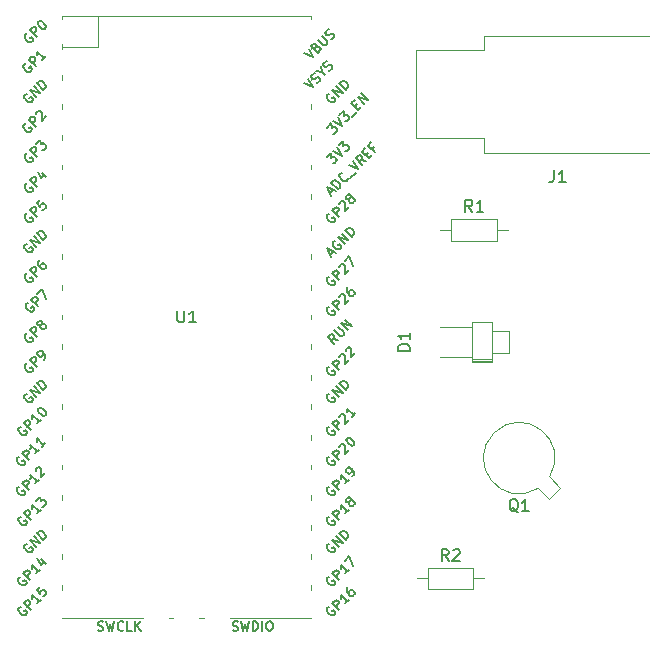
<source format=gbr>
%TF.GenerationSoftware,KiCad,Pcbnew,8.0.0*%
%TF.CreationDate,2024-03-28T11:28:23-03:00*%
%TF.ProjectId,POND_MOD05SEM06,504f4e44-5f4d-44f4-9430-3553454d3036,rev?*%
%TF.SameCoordinates,Original*%
%TF.FileFunction,Legend,Top*%
%TF.FilePolarity,Positive*%
%FSLAX46Y46*%
G04 Gerber Fmt 4.6, Leading zero omitted, Abs format (unit mm)*
G04 Created by KiCad (PCBNEW 8.0.0) date 2024-03-28 11:28:23*
%MOMM*%
%LPD*%
G01*
G04 APERTURE LIST*
%ADD10C,0.150000*%
%ADD11C,0.120000*%
G04 APERTURE END LIST*
D10*
X128256666Y-55454819D02*
X128256666Y-56169104D01*
X128256666Y-56169104D02*
X128209047Y-56311961D01*
X128209047Y-56311961D02*
X128113809Y-56407200D01*
X128113809Y-56407200D02*
X127970952Y-56454819D01*
X127970952Y-56454819D02*
X127875714Y-56454819D01*
X129256666Y-56454819D02*
X128685238Y-56454819D01*
X128970952Y-56454819D02*
X128970952Y-55454819D01*
X128970952Y-55454819D02*
X128875714Y-55597676D01*
X128875714Y-55597676D02*
X128780476Y-55692914D01*
X128780476Y-55692914D02*
X128685238Y-55740533D01*
X121333333Y-58954819D02*
X121000000Y-58478628D01*
X120761905Y-58954819D02*
X120761905Y-57954819D01*
X120761905Y-57954819D02*
X121142857Y-57954819D01*
X121142857Y-57954819D02*
X121238095Y-58002438D01*
X121238095Y-58002438D02*
X121285714Y-58050057D01*
X121285714Y-58050057D02*
X121333333Y-58145295D01*
X121333333Y-58145295D02*
X121333333Y-58288152D01*
X121333333Y-58288152D02*
X121285714Y-58383390D01*
X121285714Y-58383390D02*
X121238095Y-58431009D01*
X121238095Y-58431009D02*
X121142857Y-58478628D01*
X121142857Y-58478628D02*
X120761905Y-58478628D01*
X122285714Y-58954819D02*
X121714286Y-58954819D01*
X122000000Y-58954819D02*
X122000000Y-57954819D01*
X122000000Y-57954819D02*
X121904762Y-58097676D01*
X121904762Y-58097676D02*
X121809524Y-58192914D01*
X121809524Y-58192914D02*
X121714286Y-58240533D01*
X116044819Y-70718094D02*
X115044819Y-70718094D01*
X115044819Y-70718094D02*
X115044819Y-70479999D01*
X115044819Y-70479999D02*
X115092438Y-70337142D01*
X115092438Y-70337142D02*
X115187676Y-70241904D01*
X115187676Y-70241904D02*
X115282914Y-70194285D01*
X115282914Y-70194285D02*
X115473390Y-70146666D01*
X115473390Y-70146666D02*
X115616247Y-70146666D01*
X115616247Y-70146666D02*
X115806723Y-70194285D01*
X115806723Y-70194285D02*
X115901961Y-70241904D01*
X115901961Y-70241904D02*
X115997200Y-70337142D01*
X115997200Y-70337142D02*
X116044819Y-70479999D01*
X116044819Y-70479999D02*
X116044819Y-70718094D01*
X116044819Y-69194285D02*
X116044819Y-69765713D01*
X116044819Y-69479999D02*
X115044819Y-69479999D01*
X115044819Y-69479999D02*
X115187676Y-69575237D01*
X115187676Y-69575237D02*
X115282914Y-69670475D01*
X115282914Y-69670475D02*
X115330533Y-69765713D01*
X119333333Y-88534819D02*
X119000000Y-88058628D01*
X118761905Y-88534819D02*
X118761905Y-87534819D01*
X118761905Y-87534819D02*
X119142857Y-87534819D01*
X119142857Y-87534819D02*
X119238095Y-87582438D01*
X119238095Y-87582438D02*
X119285714Y-87630057D01*
X119285714Y-87630057D02*
X119333333Y-87725295D01*
X119333333Y-87725295D02*
X119333333Y-87868152D01*
X119333333Y-87868152D02*
X119285714Y-87963390D01*
X119285714Y-87963390D02*
X119238095Y-88011009D01*
X119238095Y-88011009D02*
X119142857Y-88058628D01*
X119142857Y-88058628D02*
X118761905Y-88058628D01*
X119714286Y-87630057D02*
X119761905Y-87582438D01*
X119761905Y-87582438D02*
X119857143Y-87534819D01*
X119857143Y-87534819D02*
X120095238Y-87534819D01*
X120095238Y-87534819D02*
X120190476Y-87582438D01*
X120190476Y-87582438D02*
X120238095Y-87630057D01*
X120238095Y-87630057D02*
X120285714Y-87725295D01*
X120285714Y-87725295D02*
X120285714Y-87820533D01*
X120285714Y-87820533D02*
X120238095Y-87963390D01*
X120238095Y-87963390D02*
X119666667Y-88534819D01*
X119666667Y-88534819D02*
X120285714Y-88534819D01*
X96383647Y-67320371D02*
X96383647Y-68129894D01*
X96383647Y-68129894D02*
X96431266Y-68225132D01*
X96431266Y-68225132D02*
X96478885Y-68272752D01*
X96478885Y-68272752D02*
X96574123Y-68320371D01*
X96574123Y-68320371D02*
X96764599Y-68320371D01*
X96764599Y-68320371D02*
X96859837Y-68272752D01*
X96859837Y-68272752D02*
X96907456Y-68225132D01*
X96907456Y-68225132D02*
X96955075Y-68129894D01*
X96955075Y-68129894D02*
X96955075Y-67320371D01*
X97955075Y-68320371D02*
X97383647Y-68320371D01*
X97669361Y-68320371D02*
X97669361Y-67320371D01*
X97669361Y-67320371D02*
X97574123Y-67463228D01*
X97574123Y-67463228D02*
X97478885Y-67558466D01*
X97478885Y-67558466D02*
X97383647Y-67606085D01*
X83658924Y-54017046D02*
X83578112Y-54043983D01*
X83578112Y-54043983D02*
X83497300Y-54124795D01*
X83497300Y-54124795D02*
X83443425Y-54232545D01*
X83443425Y-54232545D02*
X83443425Y-54340294D01*
X83443425Y-54340294D02*
X83470362Y-54421107D01*
X83470362Y-54421107D02*
X83551175Y-54555794D01*
X83551175Y-54555794D02*
X83631987Y-54636606D01*
X83631987Y-54636606D02*
X83766674Y-54717418D01*
X83766674Y-54717418D02*
X83847486Y-54744355D01*
X83847486Y-54744355D02*
X83955236Y-54744355D01*
X83955236Y-54744355D02*
X84062985Y-54690481D01*
X84062985Y-54690481D02*
X84116860Y-54636606D01*
X84116860Y-54636606D02*
X84170735Y-54528856D01*
X84170735Y-54528856D02*
X84170735Y-54474981D01*
X84170735Y-54474981D02*
X83982173Y-54286420D01*
X83982173Y-54286420D02*
X83874423Y-54394169D01*
X84467046Y-54286420D02*
X83901361Y-53720734D01*
X83901361Y-53720734D02*
X84116860Y-53505235D01*
X84116860Y-53505235D02*
X84197672Y-53478298D01*
X84197672Y-53478298D02*
X84251547Y-53478298D01*
X84251547Y-53478298D02*
X84332359Y-53505235D01*
X84332359Y-53505235D02*
X84413171Y-53586047D01*
X84413171Y-53586047D02*
X84440109Y-53666859D01*
X84440109Y-53666859D02*
X84440109Y-53720734D01*
X84440109Y-53720734D02*
X84413171Y-53801546D01*
X84413171Y-53801546D02*
X84197672Y-54017046D01*
X84413171Y-53208924D02*
X84763358Y-52858737D01*
X84763358Y-52858737D02*
X84790295Y-53262798D01*
X84790295Y-53262798D02*
X84871107Y-53181986D01*
X84871107Y-53181986D02*
X84951919Y-53155049D01*
X84951919Y-53155049D02*
X85005794Y-53155049D01*
X85005794Y-53155049D02*
X85086606Y-53181986D01*
X85086606Y-53181986D02*
X85221293Y-53316673D01*
X85221293Y-53316673D02*
X85248231Y-53397485D01*
X85248231Y-53397485D02*
X85248231Y-53451360D01*
X85248231Y-53451360D02*
X85221293Y-53532172D01*
X85221293Y-53532172D02*
X85059669Y-53693797D01*
X85059669Y-53693797D02*
X84978857Y-53720734D01*
X84978857Y-53720734D02*
X84924982Y-53720734D01*
X89636027Y-94389752D02*
X89750313Y-94427847D01*
X89750313Y-94427847D02*
X89940789Y-94427847D01*
X89940789Y-94427847D02*
X90016980Y-94389752D01*
X90016980Y-94389752D02*
X90055075Y-94351656D01*
X90055075Y-94351656D02*
X90093170Y-94275466D01*
X90093170Y-94275466D02*
X90093170Y-94199275D01*
X90093170Y-94199275D02*
X90055075Y-94123085D01*
X90055075Y-94123085D02*
X90016980Y-94084990D01*
X90016980Y-94084990D02*
X89940789Y-94046894D01*
X89940789Y-94046894D02*
X89788408Y-94008799D01*
X89788408Y-94008799D02*
X89712218Y-93970704D01*
X89712218Y-93970704D02*
X89674123Y-93932609D01*
X89674123Y-93932609D02*
X89636027Y-93856418D01*
X89636027Y-93856418D02*
X89636027Y-93780228D01*
X89636027Y-93780228D02*
X89674123Y-93704037D01*
X89674123Y-93704037D02*
X89712218Y-93665942D01*
X89712218Y-93665942D02*
X89788408Y-93627847D01*
X89788408Y-93627847D02*
X89978885Y-93627847D01*
X89978885Y-93627847D02*
X90093170Y-93665942D01*
X90359837Y-93627847D02*
X90550313Y-94427847D01*
X90550313Y-94427847D02*
X90702694Y-93856418D01*
X90702694Y-93856418D02*
X90855075Y-94427847D01*
X90855075Y-94427847D02*
X91045552Y-93627847D01*
X91807457Y-94351656D02*
X91769361Y-94389752D01*
X91769361Y-94389752D02*
X91655076Y-94427847D01*
X91655076Y-94427847D02*
X91578885Y-94427847D01*
X91578885Y-94427847D02*
X91464599Y-94389752D01*
X91464599Y-94389752D02*
X91388409Y-94313561D01*
X91388409Y-94313561D02*
X91350314Y-94237371D01*
X91350314Y-94237371D02*
X91312218Y-94084990D01*
X91312218Y-94084990D02*
X91312218Y-93970704D01*
X91312218Y-93970704D02*
X91350314Y-93818323D01*
X91350314Y-93818323D02*
X91388409Y-93742132D01*
X91388409Y-93742132D02*
X91464599Y-93665942D01*
X91464599Y-93665942D02*
X91578885Y-93627847D01*
X91578885Y-93627847D02*
X91655076Y-93627847D01*
X91655076Y-93627847D02*
X91769361Y-93665942D01*
X91769361Y-93665942D02*
X91807457Y-93704037D01*
X92531266Y-94427847D02*
X92150314Y-94427847D01*
X92150314Y-94427847D02*
X92150314Y-93627847D01*
X92797933Y-94427847D02*
X92797933Y-93627847D01*
X93255076Y-94427847D02*
X92912218Y-93970704D01*
X93255076Y-93627847D02*
X92797933Y-94084990D01*
X83658924Y-43857046D02*
X83578112Y-43883983D01*
X83578112Y-43883983D02*
X83497300Y-43964795D01*
X83497300Y-43964795D02*
X83443425Y-44072545D01*
X83443425Y-44072545D02*
X83443425Y-44180294D01*
X83443425Y-44180294D02*
X83470362Y-44261107D01*
X83470362Y-44261107D02*
X83551175Y-44395794D01*
X83551175Y-44395794D02*
X83631987Y-44476606D01*
X83631987Y-44476606D02*
X83766674Y-44557418D01*
X83766674Y-44557418D02*
X83847486Y-44584355D01*
X83847486Y-44584355D02*
X83955236Y-44584355D01*
X83955236Y-44584355D02*
X84062985Y-44530481D01*
X84062985Y-44530481D02*
X84116860Y-44476606D01*
X84116860Y-44476606D02*
X84170735Y-44368856D01*
X84170735Y-44368856D02*
X84170735Y-44314981D01*
X84170735Y-44314981D02*
X83982173Y-44126420D01*
X83982173Y-44126420D02*
X83874423Y-44234169D01*
X84467046Y-44126420D02*
X83901361Y-43560734D01*
X83901361Y-43560734D02*
X84116860Y-43345235D01*
X84116860Y-43345235D02*
X84197672Y-43318298D01*
X84197672Y-43318298D02*
X84251547Y-43318298D01*
X84251547Y-43318298D02*
X84332359Y-43345235D01*
X84332359Y-43345235D02*
X84413171Y-43426047D01*
X84413171Y-43426047D02*
X84440109Y-43506859D01*
X84440109Y-43506859D02*
X84440109Y-43560734D01*
X84440109Y-43560734D02*
X84413171Y-43641546D01*
X84413171Y-43641546D02*
X84197672Y-43857046D01*
X84574796Y-42887299D02*
X84628671Y-42833424D01*
X84628671Y-42833424D02*
X84709483Y-42806487D01*
X84709483Y-42806487D02*
X84763358Y-42806487D01*
X84763358Y-42806487D02*
X84844170Y-42833424D01*
X84844170Y-42833424D02*
X84978857Y-42914237D01*
X84978857Y-42914237D02*
X85113544Y-43048924D01*
X85113544Y-43048924D02*
X85194356Y-43183611D01*
X85194356Y-43183611D02*
X85221293Y-43264423D01*
X85221293Y-43264423D02*
X85221293Y-43318298D01*
X85221293Y-43318298D02*
X85194356Y-43399110D01*
X85194356Y-43399110D02*
X85140481Y-43452985D01*
X85140481Y-43452985D02*
X85059669Y-43479922D01*
X85059669Y-43479922D02*
X85005794Y-43479922D01*
X85005794Y-43479922D02*
X84924982Y-43452985D01*
X84924982Y-43452985D02*
X84790295Y-43372172D01*
X84790295Y-43372172D02*
X84655608Y-43237485D01*
X84655608Y-43237485D02*
X84574796Y-43102798D01*
X84574796Y-43102798D02*
X84547858Y-43021986D01*
X84547858Y-43021986D02*
X84547858Y-42968111D01*
X84547858Y-42968111D02*
X84574796Y-42887299D01*
X83631987Y-61663983D02*
X83551175Y-61690920D01*
X83551175Y-61690920D02*
X83470363Y-61771732D01*
X83470363Y-61771732D02*
X83416488Y-61879482D01*
X83416488Y-61879482D02*
X83416488Y-61987232D01*
X83416488Y-61987232D02*
X83443425Y-62068044D01*
X83443425Y-62068044D02*
X83524237Y-62202731D01*
X83524237Y-62202731D02*
X83605050Y-62283543D01*
X83605050Y-62283543D02*
X83739737Y-62364355D01*
X83739737Y-62364355D02*
X83820549Y-62391293D01*
X83820549Y-62391293D02*
X83928298Y-62391293D01*
X83928298Y-62391293D02*
X84036048Y-62337418D01*
X84036048Y-62337418D02*
X84089923Y-62283543D01*
X84089923Y-62283543D02*
X84143798Y-62175793D01*
X84143798Y-62175793D02*
X84143798Y-62121919D01*
X84143798Y-62121919D02*
X83955236Y-61933357D01*
X83955236Y-61933357D02*
X83847486Y-62041106D01*
X84440109Y-61933357D02*
X83874424Y-61367671D01*
X83874424Y-61367671D02*
X84763358Y-61610108D01*
X84763358Y-61610108D02*
X84197672Y-61044423D01*
X85032732Y-61340734D02*
X84467046Y-60775049D01*
X84467046Y-60775049D02*
X84601733Y-60640362D01*
X84601733Y-60640362D02*
X84709483Y-60586487D01*
X84709483Y-60586487D02*
X84817232Y-60586487D01*
X84817232Y-60586487D02*
X84898045Y-60613424D01*
X84898045Y-60613424D02*
X85032732Y-60694237D01*
X85032732Y-60694237D02*
X85113544Y-60775049D01*
X85113544Y-60775049D02*
X85194356Y-60909736D01*
X85194356Y-60909736D02*
X85221293Y-60990548D01*
X85221293Y-60990548D02*
X85221293Y-61098298D01*
X85221293Y-61098298D02*
X85167419Y-61206047D01*
X85167419Y-61206047D02*
X85032732Y-61340734D01*
X82989550Y-82226420D02*
X82908737Y-82253357D01*
X82908737Y-82253357D02*
X82827925Y-82334170D01*
X82827925Y-82334170D02*
X82774050Y-82441919D01*
X82774050Y-82441919D02*
X82774050Y-82549669D01*
X82774050Y-82549669D02*
X82800988Y-82630481D01*
X82800988Y-82630481D02*
X82881800Y-82765168D01*
X82881800Y-82765168D02*
X82962612Y-82845980D01*
X82962612Y-82845980D02*
X83097299Y-82926793D01*
X83097299Y-82926793D02*
X83178112Y-82953730D01*
X83178112Y-82953730D02*
X83285861Y-82953730D01*
X83285861Y-82953730D02*
X83393611Y-82899855D01*
X83393611Y-82899855D02*
X83447486Y-82845980D01*
X83447486Y-82845980D02*
X83501360Y-82738231D01*
X83501360Y-82738231D02*
X83501360Y-82684356D01*
X83501360Y-82684356D02*
X83312799Y-82495794D01*
X83312799Y-82495794D02*
X83205049Y-82603544D01*
X83797672Y-82495794D02*
X83231986Y-81930109D01*
X83231986Y-81930109D02*
X83447486Y-81714609D01*
X83447486Y-81714609D02*
X83528298Y-81687672D01*
X83528298Y-81687672D02*
X83582173Y-81687672D01*
X83582173Y-81687672D02*
X83662985Y-81714609D01*
X83662985Y-81714609D02*
X83743797Y-81795422D01*
X83743797Y-81795422D02*
X83770734Y-81876234D01*
X83770734Y-81876234D02*
X83770734Y-81930109D01*
X83770734Y-81930109D02*
X83743797Y-82010921D01*
X83743797Y-82010921D02*
X83528298Y-82226420D01*
X84659669Y-81633797D02*
X84336420Y-81957046D01*
X84498044Y-81795422D02*
X83932359Y-81229736D01*
X83932359Y-81229736D02*
X83959296Y-81364423D01*
X83959296Y-81364423D02*
X83959296Y-81472173D01*
X83959296Y-81472173D02*
X83932359Y-81552985D01*
X84363357Y-80906487D02*
X84363357Y-80852612D01*
X84363357Y-80852612D02*
X84390295Y-80771800D01*
X84390295Y-80771800D02*
X84524982Y-80637113D01*
X84524982Y-80637113D02*
X84605794Y-80610176D01*
X84605794Y-80610176D02*
X84659669Y-80610176D01*
X84659669Y-80610176D02*
X84740481Y-80637113D01*
X84740481Y-80637113D02*
X84794356Y-80690988D01*
X84794356Y-80690988D02*
X84848231Y-80798738D01*
X84848231Y-80798738D02*
X84848231Y-81445235D01*
X84848231Y-81445235D02*
X85198417Y-81095049D01*
X83658924Y-71797046D02*
X83578112Y-71823983D01*
X83578112Y-71823983D02*
X83497300Y-71904795D01*
X83497300Y-71904795D02*
X83443425Y-72012545D01*
X83443425Y-72012545D02*
X83443425Y-72120294D01*
X83443425Y-72120294D02*
X83470362Y-72201107D01*
X83470362Y-72201107D02*
X83551175Y-72335794D01*
X83551175Y-72335794D02*
X83631987Y-72416606D01*
X83631987Y-72416606D02*
X83766674Y-72497418D01*
X83766674Y-72497418D02*
X83847486Y-72524355D01*
X83847486Y-72524355D02*
X83955236Y-72524355D01*
X83955236Y-72524355D02*
X84062985Y-72470481D01*
X84062985Y-72470481D02*
X84116860Y-72416606D01*
X84116860Y-72416606D02*
X84170735Y-72308856D01*
X84170735Y-72308856D02*
X84170735Y-72254981D01*
X84170735Y-72254981D02*
X83982173Y-72066420D01*
X83982173Y-72066420D02*
X83874423Y-72174169D01*
X84467046Y-72066420D02*
X83901361Y-71500734D01*
X83901361Y-71500734D02*
X84116860Y-71285235D01*
X84116860Y-71285235D02*
X84197672Y-71258298D01*
X84197672Y-71258298D02*
X84251547Y-71258298D01*
X84251547Y-71258298D02*
X84332359Y-71285235D01*
X84332359Y-71285235D02*
X84413171Y-71366047D01*
X84413171Y-71366047D02*
X84440109Y-71446859D01*
X84440109Y-71446859D02*
X84440109Y-71500734D01*
X84440109Y-71500734D02*
X84413171Y-71581546D01*
X84413171Y-71581546D02*
X84197672Y-71797046D01*
X85059669Y-71473797D02*
X85167419Y-71366047D01*
X85167419Y-71366047D02*
X85194356Y-71285235D01*
X85194356Y-71285235D02*
X85194356Y-71231360D01*
X85194356Y-71231360D02*
X85167419Y-71096673D01*
X85167419Y-71096673D02*
X85086606Y-70961986D01*
X85086606Y-70961986D02*
X84871107Y-70746487D01*
X84871107Y-70746487D02*
X84790295Y-70719550D01*
X84790295Y-70719550D02*
X84736420Y-70719550D01*
X84736420Y-70719550D02*
X84655608Y-70746487D01*
X84655608Y-70746487D02*
X84547858Y-70854237D01*
X84547858Y-70854237D02*
X84520921Y-70935049D01*
X84520921Y-70935049D02*
X84520921Y-70988924D01*
X84520921Y-70988924D02*
X84547858Y-71069736D01*
X84547858Y-71069736D02*
X84682545Y-71204423D01*
X84682545Y-71204423D02*
X84763358Y-71231360D01*
X84763358Y-71231360D02*
X84817232Y-71231360D01*
X84817232Y-71231360D02*
X84898045Y-71204423D01*
X84898045Y-71204423D02*
X85005794Y-71096673D01*
X85005794Y-71096673D02*
X85032732Y-71015861D01*
X85032732Y-71015861D02*
X85032732Y-70961986D01*
X85032732Y-70961986D02*
X85005794Y-70881174D01*
X83658924Y-64177046D02*
X83578112Y-64203983D01*
X83578112Y-64203983D02*
X83497300Y-64284795D01*
X83497300Y-64284795D02*
X83443425Y-64392545D01*
X83443425Y-64392545D02*
X83443425Y-64500294D01*
X83443425Y-64500294D02*
X83470362Y-64581107D01*
X83470362Y-64581107D02*
X83551175Y-64715794D01*
X83551175Y-64715794D02*
X83631987Y-64796606D01*
X83631987Y-64796606D02*
X83766674Y-64877418D01*
X83766674Y-64877418D02*
X83847486Y-64904355D01*
X83847486Y-64904355D02*
X83955236Y-64904355D01*
X83955236Y-64904355D02*
X84062985Y-64850481D01*
X84062985Y-64850481D02*
X84116860Y-64796606D01*
X84116860Y-64796606D02*
X84170735Y-64688856D01*
X84170735Y-64688856D02*
X84170735Y-64634981D01*
X84170735Y-64634981D02*
X83982173Y-64446420D01*
X83982173Y-64446420D02*
X83874423Y-64554169D01*
X84467046Y-64446420D02*
X83901361Y-63880734D01*
X83901361Y-63880734D02*
X84116860Y-63665235D01*
X84116860Y-63665235D02*
X84197672Y-63638298D01*
X84197672Y-63638298D02*
X84251547Y-63638298D01*
X84251547Y-63638298D02*
X84332359Y-63665235D01*
X84332359Y-63665235D02*
X84413171Y-63746047D01*
X84413171Y-63746047D02*
X84440109Y-63826859D01*
X84440109Y-63826859D02*
X84440109Y-63880734D01*
X84440109Y-63880734D02*
X84413171Y-63961546D01*
X84413171Y-63961546D02*
X84197672Y-64177046D01*
X84709483Y-63072612D02*
X84601733Y-63180362D01*
X84601733Y-63180362D02*
X84574796Y-63261174D01*
X84574796Y-63261174D02*
X84574796Y-63315049D01*
X84574796Y-63315049D02*
X84601733Y-63449736D01*
X84601733Y-63449736D02*
X84682545Y-63584423D01*
X84682545Y-63584423D02*
X84898045Y-63799922D01*
X84898045Y-63799922D02*
X84978857Y-63826859D01*
X84978857Y-63826859D02*
X85032732Y-63826859D01*
X85032732Y-63826859D02*
X85113544Y-63799922D01*
X85113544Y-63799922D02*
X85221293Y-63692172D01*
X85221293Y-63692172D02*
X85248231Y-63611360D01*
X85248231Y-63611360D02*
X85248231Y-63557485D01*
X85248231Y-63557485D02*
X85221293Y-63476673D01*
X85221293Y-63476673D02*
X85086606Y-63341986D01*
X85086606Y-63341986D02*
X85005794Y-63315049D01*
X85005794Y-63315049D02*
X84951919Y-63315049D01*
X84951919Y-63315049D02*
X84871107Y-63341986D01*
X84871107Y-63341986D02*
X84763358Y-63449736D01*
X84763358Y-63449736D02*
X84736420Y-63530548D01*
X84736420Y-63530548D02*
X84736420Y-63584423D01*
X84736420Y-63584423D02*
X84763358Y-63665235D01*
X109243550Y-89846420D02*
X109162737Y-89873357D01*
X109162737Y-89873357D02*
X109081925Y-89954170D01*
X109081925Y-89954170D02*
X109028050Y-90061919D01*
X109028050Y-90061919D02*
X109028050Y-90169669D01*
X109028050Y-90169669D02*
X109054988Y-90250481D01*
X109054988Y-90250481D02*
X109135800Y-90385168D01*
X109135800Y-90385168D02*
X109216612Y-90465980D01*
X109216612Y-90465980D02*
X109351299Y-90546793D01*
X109351299Y-90546793D02*
X109432112Y-90573730D01*
X109432112Y-90573730D02*
X109539861Y-90573730D01*
X109539861Y-90573730D02*
X109647611Y-90519855D01*
X109647611Y-90519855D02*
X109701486Y-90465980D01*
X109701486Y-90465980D02*
X109755360Y-90358231D01*
X109755360Y-90358231D02*
X109755360Y-90304356D01*
X109755360Y-90304356D02*
X109566799Y-90115794D01*
X109566799Y-90115794D02*
X109459049Y-90223544D01*
X110051672Y-90115794D02*
X109485986Y-89550109D01*
X109485986Y-89550109D02*
X109701486Y-89334609D01*
X109701486Y-89334609D02*
X109782298Y-89307672D01*
X109782298Y-89307672D02*
X109836173Y-89307672D01*
X109836173Y-89307672D02*
X109916985Y-89334609D01*
X109916985Y-89334609D02*
X109997797Y-89415422D01*
X109997797Y-89415422D02*
X110024734Y-89496234D01*
X110024734Y-89496234D02*
X110024734Y-89550109D01*
X110024734Y-89550109D02*
X109997797Y-89630921D01*
X109997797Y-89630921D02*
X109782298Y-89846420D01*
X110913669Y-89253797D02*
X110590420Y-89577046D01*
X110752044Y-89415422D02*
X110186359Y-88849736D01*
X110186359Y-88849736D02*
X110213296Y-88984423D01*
X110213296Y-88984423D02*
X110213296Y-89092173D01*
X110213296Y-89092173D02*
X110186359Y-89172985D01*
X110536545Y-88499550D02*
X110913669Y-88122426D01*
X110913669Y-88122426D02*
X111236918Y-88930548D01*
X109231987Y-74363983D02*
X109151175Y-74390920D01*
X109151175Y-74390920D02*
X109070363Y-74471732D01*
X109070363Y-74471732D02*
X109016488Y-74579482D01*
X109016488Y-74579482D02*
X109016488Y-74687232D01*
X109016488Y-74687232D02*
X109043425Y-74768044D01*
X109043425Y-74768044D02*
X109124237Y-74902731D01*
X109124237Y-74902731D02*
X109205050Y-74983543D01*
X109205050Y-74983543D02*
X109339737Y-75064355D01*
X109339737Y-75064355D02*
X109420549Y-75091293D01*
X109420549Y-75091293D02*
X109528298Y-75091293D01*
X109528298Y-75091293D02*
X109636048Y-75037418D01*
X109636048Y-75037418D02*
X109689923Y-74983543D01*
X109689923Y-74983543D02*
X109743798Y-74875793D01*
X109743798Y-74875793D02*
X109743798Y-74821919D01*
X109743798Y-74821919D02*
X109555236Y-74633357D01*
X109555236Y-74633357D02*
X109447486Y-74741106D01*
X110040109Y-74633357D02*
X109474424Y-74067671D01*
X109474424Y-74067671D02*
X110363358Y-74310108D01*
X110363358Y-74310108D02*
X109797672Y-73744423D01*
X110632732Y-74040734D02*
X110067046Y-73475049D01*
X110067046Y-73475049D02*
X110201733Y-73340362D01*
X110201733Y-73340362D02*
X110309483Y-73286487D01*
X110309483Y-73286487D02*
X110417232Y-73286487D01*
X110417232Y-73286487D02*
X110498045Y-73313424D01*
X110498045Y-73313424D02*
X110632732Y-73394237D01*
X110632732Y-73394237D02*
X110713544Y-73475049D01*
X110713544Y-73475049D02*
X110794356Y-73609736D01*
X110794356Y-73609736D02*
X110821293Y-73690548D01*
X110821293Y-73690548D02*
X110821293Y-73798298D01*
X110821293Y-73798298D02*
X110767419Y-73906047D01*
X110767419Y-73906047D02*
X110632732Y-74040734D01*
X83658924Y-69257046D02*
X83578112Y-69283983D01*
X83578112Y-69283983D02*
X83497300Y-69364795D01*
X83497300Y-69364795D02*
X83443425Y-69472545D01*
X83443425Y-69472545D02*
X83443425Y-69580294D01*
X83443425Y-69580294D02*
X83470362Y-69661107D01*
X83470362Y-69661107D02*
X83551175Y-69795794D01*
X83551175Y-69795794D02*
X83631987Y-69876606D01*
X83631987Y-69876606D02*
X83766674Y-69957418D01*
X83766674Y-69957418D02*
X83847486Y-69984355D01*
X83847486Y-69984355D02*
X83955236Y-69984355D01*
X83955236Y-69984355D02*
X84062985Y-69930481D01*
X84062985Y-69930481D02*
X84116860Y-69876606D01*
X84116860Y-69876606D02*
X84170735Y-69768856D01*
X84170735Y-69768856D02*
X84170735Y-69714981D01*
X84170735Y-69714981D02*
X83982173Y-69526420D01*
X83982173Y-69526420D02*
X83874423Y-69634169D01*
X84467046Y-69526420D02*
X83901361Y-68960734D01*
X83901361Y-68960734D02*
X84116860Y-68745235D01*
X84116860Y-68745235D02*
X84197672Y-68718298D01*
X84197672Y-68718298D02*
X84251547Y-68718298D01*
X84251547Y-68718298D02*
X84332359Y-68745235D01*
X84332359Y-68745235D02*
X84413171Y-68826047D01*
X84413171Y-68826047D02*
X84440109Y-68906859D01*
X84440109Y-68906859D02*
X84440109Y-68960734D01*
X84440109Y-68960734D02*
X84413171Y-69041546D01*
X84413171Y-69041546D02*
X84197672Y-69257046D01*
X84790295Y-68556673D02*
X84709483Y-68583611D01*
X84709483Y-68583611D02*
X84655608Y-68583611D01*
X84655608Y-68583611D02*
X84574796Y-68556673D01*
X84574796Y-68556673D02*
X84547858Y-68529736D01*
X84547858Y-68529736D02*
X84520921Y-68448924D01*
X84520921Y-68448924D02*
X84520921Y-68395049D01*
X84520921Y-68395049D02*
X84547858Y-68314237D01*
X84547858Y-68314237D02*
X84655608Y-68206487D01*
X84655608Y-68206487D02*
X84736420Y-68179550D01*
X84736420Y-68179550D02*
X84790295Y-68179550D01*
X84790295Y-68179550D02*
X84871107Y-68206487D01*
X84871107Y-68206487D02*
X84898045Y-68233424D01*
X84898045Y-68233424D02*
X84924982Y-68314237D01*
X84924982Y-68314237D02*
X84924982Y-68368111D01*
X84924982Y-68368111D02*
X84898045Y-68448924D01*
X84898045Y-68448924D02*
X84790295Y-68556673D01*
X84790295Y-68556673D02*
X84763358Y-68637485D01*
X84763358Y-68637485D02*
X84763358Y-68691360D01*
X84763358Y-68691360D02*
X84790295Y-68772172D01*
X84790295Y-68772172D02*
X84898045Y-68879922D01*
X84898045Y-68879922D02*
X84978857Y-68906859D01*
X84978857Y-68906859D02*
X85032732Y-68906859D01*
X85032732Y-68906859D02*
X85113544Y-68879922D01*
X85113544Y-68879922D02*
X85221293Y-68772172D01*
X85221293Y-68772172D02*
X85248231Y-68691360D01*
X85248231Y-68691360D02*
X85248231Y-68637485D01*
X85248231Y-68637485D02*
X85221293Y-68556673D01*
X85221293Y-68556673D02*
X85113544Y-68448924D01*
X85113544Y-68448924D02*
X85032732Y-68421986D01*
X85032732Y-68421986D02*
X84978857Y-68421986D01*
X84978857Y-68421986D02*
X84898045Y-68448924D01*
X109035675Y-54356420D02*
X109385861Y-54006234D01*
X109385861Y-54006234D02*
X109412799Y-54410295D01*
X109412799Y-54410295D02*
X109493611Y-54329483D01*
X109493611Y-54329483D02*
X109574423Y-54302545D01*
X109574423Y-54302545D02*
X109628298Y-54302545D01*
X109628298Y-54302545D02*
X109709110Y-54329483D01*
X109709110Y-54329483D02*
X109843797Y-54464170D01*
X109843797Y-54464170D02*
X109870734Y-54544982D01*
X109870734Y-54544982D02*
X109870734Y-54598857D01*
X109870734Y-54598857D02*
X109843797Y-54679669D01*
X109843797Y-54679669D02*
X109682173Y-54841293D01*
X109682173Y-54841293D02*
X109601360Y-54868231D01*
X109601360Y-54868231D02*
X109547486Y-54868231D01*
X109547486Y-53844609D02*
X110301733Y-54221733D01*
X110301733Y-54221733D02*
X109924609Y-53467486D01*
X110059296Y-53332799D02*
X110409482Y-52982613D01*
X110409482Y-52982613D02*
X110436420Y-53386674D01*
X110436420Y-53386674D02*
X110517232Y-53305861D01*
X110517232Y-53305861D02*
X110598044Y-53278924D01*
X110598044Y-53278924D02*
X110651919Y-53278924D01*
X110651919Y-53278924D02*
X110732731Y-53305861D01*
X110732731Y-53305861D02*
X110867418Y-53440548D01*
X110867418Y-53440548D02*
X110894356Y-53521361D01*
X110894356Y-53521361D02*
X110894356Y-53575235D01*
X110894356Y-53575235D02*
X110867418Y-53656048D01*
X110867418Y-53656048D02*
X110705794Y-53817672D01*
X110705794Y-53817672D02*
X110624982Y-53844609D01*
X110624982Y-53844609D02*
X110571107Y-53844609D01*
X109243550Y-79686420D02*
X109162737Y-79713357D01*
X109162737Y-79713357D02*
X109081925Y-79794170D01*
X109081925Y-79794170D02*
X109028050Y-79901919D01*
X109028050Y-79901919D02*
X109028050Y-80009669D01*
X109028050Y-80009669D02*
X109054988Y-80090481D01*
X109054988Y-80090481D02*
X109135800Y-80225168D01*
X109135800Y-80225168D02*
X109216612Y-80305980D01*
X109216612Y-80305980D02*
X109351299Y-80386793D01*
X109351299Y-80386793D02*
X109432112Y-80413730D01*
X109432112Y-80413730D02*
X109539861Y-80413730D01*
X109539861Y-80413730D02*
X109647611Y-80359855D01*
X109647611Y-80359855D02*
X109701486Y-80305980D01*
X109701486Y-80305980D02*
X109755360Y-80198231D01*
X109755360Y-80198231D02*
X109755360Y-80144356D01*
X109755360Y-80144356D02*
X109566799Y-79955794D01*
X109566799Y-79955794D02*
X109459049Y-80063544D01*
X110051672Y-79955794D02*
X109485986Y-79390109D01*
X109485986Y-79390109D02*
X109701486Y-79174609D01*
X109701486Y-79174609D02*
X109782298Y-79147672D01*
X109782298Y-79147672D02*
X109836173Y-79147672D01*
X109836173Y-79147672D02*
X109916985Y-79174609D01*
X109916985Y-79174609D02*
X109997797Y-79255422D01*
X109997797Y-79255422D02*
X110024734Y-79336234D01*
X110024734Y-79336234D02*
X110024734Y-79390109D01*
X110024734Y-79390109D02*
X109997797Y-79470921D01*
X109997797Y-79470921D02*
X109782298Y-79686420D01*
X110078609Y-78905235D02*
X110078609Y-78851361D01*
X110078609Y-78851361D02*
X110105547Y-78770548D01*
X110105547Y-78770548D02*
X110240234Y-78635861D01*
X110240234Y-78635861D02*
X110321046Y-78608924D01*
X110321046Y-78608924D02*
X110374921Y-78608924D01*
X110374921Y-78608924D02*
X110455733Y-78635861D01*
X110455733Y-78635861D02*
X110509608Y-78689736D01*
X110509608Y-78689736D02*
X110563482Y-78797486D01*
X110563482Y-78797486D02*
X110563482Y-79443983D01*
X110563482Y-79443983D02*
X110913669Y-79093797D01*
X110698170Y-78177925D02*
X110752044Y-78124051D01*
X110752044Y-78124051D02*
X110832857Y-78097113D01*
X110832857Y-78097113D02*
X110886731Y-78097113D01*
X110886731Y-78097113D02*
X110967544Y-78124051D01*
X110967544Y-78124051D02*
X111102231Y-78204863D01*
X111102231Y-78204863D02*
X111236918Y-78339550D01*
X111236918Y-78339550D02*
X111317730Y-78474237D01*
X111317730Y-78474237D02*
X111344667Y-78555049D01*
X111344667Y-78555049D02*
X111344667Y-78608924D01*
X111344667Y-78608924D02*
X111317730Y-78689736D01*
X111317730Y-78689736D02*
X111263855Y-78743611D01*
X111263855Y-78743611D02*
X111183043Y-78770548D01*
X111183043Y-78770548D02*
X111129168Y-78770548D01*
X111129168Y-78770548D02*
X111048356Y-78743611D01*
X111048356Y-78743611D02*
X110913669Y-78662799D01*
X110913669Y-78662799D02*
X110778982Y-78528112D01*
X110778982Y-78528112D02*
X110698170Y-78393425D01*
X110698170Y-78393425D02*
X110671232Y-78312612D01*
X110671232Y-78312612D02*
X110671232Y-78258738D01*
X110671232Y-78258738D02*
X110698170Y-78177925D01*
X82989550Y-79686420D02*
X82908737Y-79713357D01*
X82908737Y-79713357D02*
X82827925Y-79794170D01*
X82827925Y-79794170D02*
X82774050Y-79901919D01*
X82774050Y-79901919D02*
X82774050Y-80009669D01*
X82774050Y-80009669D02*
X82800988Y-80090481D01*
X82800988Y-80090481D02*
X82881800Y-80225168D01*
X82881800Y-80225168D02*
X82962612Y-80305980D01*
X82962612Y-80305980D02*
X83097299Y-80386793D01*
X83097299Y-80386793D02*
X83178112Y-80413730D01*
X83178112Y-80413730D02*
X83285861Y-80413730D01*
X83285861Y-80413730D02*
X83393611Y-80359855D01*
X83393611Y-80359855D02*
X83447486Y-80305980D01*
X83447486Y-80305980D02*
X83501360Y-80198231D01*
X83501360Y-80198231D02*
X83501360Y-80144356D01*
X83501360Y-80144356D02*
X83312799Y-79955794D01*
X83312799Y-79955794D02*
X83205049Y-80063544D01*
X83797672Y-79955794D02*
X83231986Y-79390109D01*
X83231986Y-79390109D02*
X83447486Y-79174609D01*
X83447486Y-79174609D02*
X83528298Y-79147672D01*
X83528298Y-79147672D02*
X83582173Y-79147672D01*
X83582173Y-79147672D02*
X83662985Y-79174609D01*
X83662985Y-79174609D02*
X83743797Y-79255422D01*
X83743797Y-79255422D02*
X83770734Y-79336234D01*
X83770734Y-79336234D02*
X83770734Y-79390109D01*
X83770734Y-79390109D02*
X83743797Y-79470921D01*
X83743797Y-79470921D02*
X83528298Y-79686420D01*
X84659669Y-79093797D02*
X84336420Y-79417046D01*
X84498044Y-79255422D02*
X83932359Y-78689736D01*
X83932359Y-78689736D02*
X83959296Y-78824423D01*
X83959296Y-78824423D02*
X83959296Y-78932173D01*
X83959296Y-78932173D02*
X83932359Y-79012985D01*
X85198417Y-78555049D02*
X84875168Y-78878298D01*
X85036792Y-78716673D02*
X84471107Y-78150988D01*
X84471107Y-78150988D02*
X84498044Y-78285675D01*
X84498044Y-78285675D02*
X84498044Y-78393425D01*
X84498044Y-78393425D02*
X84471107Y-78474237D01*
X83135550Y-92386420D02*
X83054737Y-92413357D01*
X83054737Y-92413357D02*
X82973925Y-92494170D01*
X82973925Y-92494170D02*
X82920050Y-92601919D01*
X82920050Y-92601919D02*
X82920050Y-92709669D01*
X82920050Y-92709669D02*
X82946988Y-92790481D01*
X82946988Y-92790481D02*
X83027800Y-92925168D01*
X83027800Y-92925168D02*
X83108612Y-93005980D01*
X83108612Y-93005980D02*
X83243299Y-93086793D01*
X83243299Y-93086793D02*
X83324112Y-93113730D01*
X83324112Y-93113730D02*
X83431861Y-93113730D01*
X83431861Y-93113730D02*
X83539611Y-93059855D01*
X83539611Y-93059855D02*
X83593486Y-93005980D01*
X83593486Y-93005980D02*
X83647360Y-92898231D01*
X83647360Y-92898231D02*
X83647360Y-92844356D01*
X83647360Y-92844356D02*
X83458799Y-92655794D01*
X83458799Y-92655794D02*
X83351049Y-92763544D01*
X83943672Y-92655794D02*
X83377986Y-92090109D01*
X83377986Y-92090109D02*
X83593486Y-91874609D01*
X83593486Y-91874609D02*
X83674298Y-91847672D01*
X83674298Y-91847672D02*
X83728173Y-91847672D01*
X83728173Y-91847672D02*
X83808985Y-91874609D01*
X83808985Y-91874609D02*
X83889797Y-91955422D01*
X83889797Y-91955422D02*
X83916734Y-92036234D01*
X83916734Y-92036234D02*
X83916734Y-92090109D01*
X83916734Y-92090109D02*
X83889797Y-92170921D01*
X83889797Y-92170921D02*
X83674298Y-92386420D01*
X84805669Y-91793797D02*
X84482420Y-92117046D01*
X84644044Y-91955422D02*
X84078359Y-91389736D01*
X84078359Y-91389736D02*
X84105296Y-91524423D01*
X84105296Y-91524423D02*
X84105296Y-91632173D01*
X84105296Y-91632173D02*
X84078359Y-91712985D01*
X84751794Y-90716301D02*
X84482420Y-90985675D01*
X84482420Y-90985675D02*
X84724857Y-91281986D01*
X84724857Y-91281986D02*
X84724857Y-91228112D01*
X84724857Y-91228112D02*
X84751794Y-91147299D01*
X84751794Y-91147299D02*
X84886481Y-91012612D01*
X84886481Y-91012612D02*
X84967293Y-90985675D01*
X84967293Y-90985675D02*
X85021168Y-90985675D01*
X85021168Y-90985675D02*
X85101980Y-91012612D01*
X85101980Y-91012612D02*
X85236667Y-91147299D01*
X85236667Y-91147299D02*
X85263605Y-91228112D01*
X85263605Y-91228112D02*
X85263605Y-91281986D01*
X85263605Y-91281986D02*
X85236667Y-91362799D01*
X85236667Y-91362799D02*
X85101980Y-91497486D01*
X85101980Y-91497486D02*
X85021168Y-91524423D01*
X85021168Y-91524423D02*
X84967293Y-91524423D01*
X109231987Y-48963983D02*
X109151175Y-48990920D01*
X109151175Y-48990920D02*
X109070363Y-49071732D01*
X109070363Y-49071732D02*
X109016488Y-49179482D01*
X109016488Y-49179482D02*
X109016488Y-49287232D01*
X109016488Y-49287232D02*
X109043425Y-49368044D01*
X109043425Y-49368044D02*
X109124237Y-49502731D01*
X109124237Y-49502731D02*
X109205050Y-49583543D01*
X109205050Y-49583543D02*
X109339737Y-49664355D01*
X109339737Y-49664355D02*
X109420549Y-49691293D01*
X109420549Y-49691293D02*
X109528298Y-49691293D01*
X109528298Y-49691293D02*
X109636048Y-49637418D01*
X109636048Y-49637418D02*
X109689923Y-49583543D01*
X109689923Y-49583543D02*
X109743798Y-49475793D01*
X109743798Y-49475793D02*
X109743798Y-49421919D01*
X109743798Y-49421919D02*
X109555236Y-49233357D01*
X109555236Y-49233357D02*
X109447486Y-49341106D01*
X110040109Y-49233357D02*
X109474424Y-48667671D01*
X109474424Y-48667671D02*
X110363358Y-48910108D01*
X110363358Y-48910108D02*
X109797672Y-48344423D01*
X110632732Y-48640734D02*
X110067046Y-48075049D01*
X110067046Y-48075049D02*
X110201733Y-47940362D01*
X110201733Y-47940362D02*
X110309483Y-47886487D01*
X110309483Y-47886487D02*
X110417232Y-47886487D01*
X110417232Y-47886487D02*
X110498045Y-47913424D01*
X110498045Y-47913424D02*
X110632732Y-47994237D01*
X110632732Y-47994237D02*
X110713544Y-48075049D01*
X110713544Y-48075049D02*
X110794356Y-48209736D01*
X110794356Y-48209736D02*
X110821293Y-48290548D01*
X110821293Y-48290548D02*
X110821293Y-48398298D01*
X110821293Y-48398298D02*
X110767419Y-48506047D01*
X110767419Y-48506047D02*
X110632732Y-48640734D01*
X83089550Y-89846420D02*
X83008737Y-89873357D01*
X83008737Y-89873357D02*
X82927925Y-89954170D01*
X82927925Y-89954170D02*
X82874050Y-90061919D01*
X82874050Y-90061919D02*
X82874050Y-90169669D01*
X82874050Y-90169669D02*
X82900988Y-90250481D01*
X82900988Y-90250481D02*
X82981800Y-90385168D01*
X82981800Y-90385168D02*
X83062612Y-90465980D01*
X83062612Y-90465980D02*
X83197299Y-90546793D01*
X83197299Y-90546793D02*
X83278112Y-90573730D01*
X83278112Y-90573730D02*
X83385861Y-90573730D01*
X83385861Y-90573730D02*
X83493611Y-90519855D01*
X83493611Y-90519855D02*
X83547486Y-90465980D01*
X83547486Y-90465980D02*
X83601360Y-90358231D01*
X83601360Y-90358231D02*
X83601360Y-90304356D01*
X83601360Y-90304356D02*
X83412799Y-90115794D01*
X83412799Y-90115794D02*
X83305049Y-90223544D01*
X83897672Y-90115794D02*
X83331986Y-89550109D01*
X83331986Y-89550109D02*
X83547486Y-89334609D01*
X83547486Y-89334609D02*
X83628298Y-89307672D01*
X83628298Y-89307672D02*
X83682173Y-89307672D01*
X83682173Y-89307672D02*
X83762985Y-89334609D01*
X83762985Y-89334609D02*
X83843797Y-89415422D01*
X83843797Y-89415422D02*
X83870734Y-89496234D01*
X83870734Y-89496234D02*
X83870734Y-89550109D01*
X83870734Y-89550109D02*
X83843797Y-89630921D01*
X83843797Y-89630921D02*
X83628298Y-89846420D01*
X84759669Y-89253797D02*
X84436420Y-89577046D01*
X84598044Y-89415422D02*
X84032359Y-88849736D01*
X84032359Y-88849736D02*
X84059296Y-88984423D01*
X84059296Y-88984423D02*
X84059296Y-89092173D01*
X84059296Y-89092173D02*
X84032359Y-89172985D01*
X84867418Y-88391800D02*
X85244542Y-88768924D01*
X84517232Y-88310988D02*
X84786606Y-88849736D01*
X84786606Y-88849736D02*
X85136792Y-88499550D01*
X109984203Y-69809262D02*
X109526268Y-69728450D01*
X109660955Y-70132511D02*
X109095269Y-69566826D01*
X109095269Y-69566826D02*
X109310768Y-69351327D01*
X109310768Y-69351327D02*
X109391581Y-69324389D01*
X109391581Y-69324389D02*
X109445455Y-69324389D01*
X109445455Y-69324389D02*
X109526268Y-69351327D01*
X109526268Y-69351327D02*
X109607080Y-69432139D01*
X109607080Y-69432139D02*
X109634017Y-69512951D01*
X109634017Y-69512951D02*
X109634017Y-69566826D01*
X109634017Y-69566826D02*
X109607080Y-69647638D01*
X109607080Y-69647638D02*
X109391581Y-69863137D01*
X109660955Y-69001140D02*
X110118890Y-69459076D01*
X110118890Y-69459076D02*
X110199703Y-69486014D01*
X110199703Y-69486014D02*
X110253577Y-69486014D01*
X110253577Y-69486014D02*
X110334390Y-69459076D01*
X110334390Y-69459076D02*
X110442139Y-69351327D01*
X110442139Y-69351327D02*
X110469077Y-69270514D01*
X110469077Y-69270514D02*
X110469077Y-69216640D01*
X110469077Y-69216640D02*
X110442139Y-69135827D01*
X110442139Y-69135827D02*
X109984203Y-68677892D01*
X110819263Y-68974203D02*
X110253577Y-68408518D01*
X110253577Y-68408518D02*
X111142511Y-68650954D01*
X111142511Y-68650954D02*
X110576826Y-68085269D01*
X109243550Y-66986420D02*
X109162737Y-67013357D01*
X109162737Y-67013357D02*
X109081925Y-67094170D01*
X109081925Y-67094170D02*
X109028050Y-67201919D01*
X109028050Y-67201919D02*
X109028050Y-67309669D01*
X109028050Y-67309669D02*
X109054988Y-67390481D01*
X109054988Y-67390481D02*
X109135800Y-67525168D01*
X109135800Y-67525168D02*
X109216612Y-67605980D01*
X109216612Y-67605980D02*
X109351299Y-67686793D01*
X109351299Y-67686793D02*
X109432112Y-67713730D01*
X109432112Y-67713730D02*
X109539861Y-67713730D01*
X109539861Y-67713730D02*
X109647611Y-67659855D01*
X109647611Y-67659855D02*
X109701486Y-67605980D01*
X109701486Y-67605980D02*
X109755360Y-67498231D01*
X109755360Y-67498231D02*
X109755360Y-67444356D01*
X109755360Y-67444356D02*
X109566799Y-67255794D01*
X109566799Y-67255794D02*
X109459049Y-67363544D01*
X110051672Y-67255794D02*
X109485986Y-66690109D01*
X109485986Y-66690109D02*
X109701486Y-66474609D01*
X109701486Y-66474609D02*
X109782298Y-66447672D01*
X109782298Y-66447672D02*
X109836173Y-66447672D01*
X109836173Y-66447672D02*
X109916985Y-66474609D01*
X109916985Y-66474609D02*
X109997797Y-66555422D01*
X109997797Y-66555422D02*
X110024734Y-66636234D01*
X110024734Y-66636234D02*
X110024734Y-66690109D01*
X110024734Y-66690109D02*
X109997797Y-66770921D01*
X109997797Y-66770921D02*
X109782298Y-66986420D01*
X110078609Y-66205235D02*
X110078609Y-66151361D01*
X110078609Y-66151361D02*
X110105547Y-66070548D01*
X110105547Y-66070548D02*
X110240234Y-65935861D01*
X110240234Y-65935861D02*
X110321046Y-65908924D01*
X110321046Y-65908924D02*
X110374921Y-65908924D01*
X110374921Y-65908924D02*
X110455733Y-65935861D01*
X110455733Y-65935861D02*
X110509608Y-65989736D01*
X110509608Y-65989736D02*
X110563482Y-66097486D01*
X110563482Y-66097486D02*
X110563482Y-66743983D01*
X110563482Y-66743983D02*
X110913669Y-66393797D01*
X110832857Y-65343238D02*
X110725107Y-65450988D01*
X110725107Y-65450988D02*
X110698170Y-65531800D01*
X110698170Y-65531800D02*
X110698170Y-65585675D01*
X110698170Y-65585675D02*
X110725107Y-65720362D01*
X110725107Y-65720362D02*
X110805919Y-65855049D01*
X110805919Y-65855049D02*
X111021418Y-66070548D01*
X111021418Y-66070548D02*
X111102231Y-66097486D01*
X111102231Y-66097486D02*
X111156105Y-66097486D01*
X111156105Y-66097486D02*
X111236918Y-66070548D01*
X111236918Y-66070548D02*
X111344667Y-65962799D01*
X111344667Y-65962799D02*
X111371605Y-65881986D01*
X111371605Y-65881986D02*
X111371605Y-65828112D01*
X111371605Y-65828112D02*
X111344667Y-65747299D01*
X111344667Y-65747299D02*
X111209980Y-65612612D01*
X111209980Y-65612612D02*
X111129168Y-65585675D01*
X111129168Y-65585675D02*
X111075293Y-65585675D01*
X111075293Y-65585675D02*
X110994481Y-65612612D01*
X110994481Y-65612612D02*
X110886731Y-65720362D01*
X110886731Y-65720362D02*
X110859794Y-65801174D01*
X110859794Y-65801174D02*
X110859794Y-65855049D01*
X110859794Y-65855049D02*
X110886731Y-65935861D01*
X109067959Y-51824136D02*
X109418145Y-51473950D01*
X109418145Y-51473950D02*
X109445083Y-51878011D01*
X109445083Y-51878011D02*
X109525895Y-51797198D01*
X109525895Y-51797198D02*
X109606707Y-51770261D01*
X109606707Y-51770261D02*
X109660582Y-51770261D01*
X109660582Y-51770261D02*
X109741394Y-51797198D01*
X109741394Y-51797198D02*
X109876081Y-51931885D01*
X109876081Y-51931885D02*
X109903019Y-52012698D01*
X109903019Y-52012698D02*
X109903019Y-52066572D01*
X109903019Y-52066572D02*
X109876081Y-52147385D01*
X109876081Y-52147385D02*
X109714457Y-52309009D01*
X109714457Y-52309009D02*
X109633645Y-52335946D01*
X109633645Y-52335946D02*
X109579770Y-52335946D01*
X109579770Y-51312325D02*
X110334017Y-51689449D01*
X110334017Y-51689449D02*
X109956894Y-50935201D01*
X110091580Y-50800515D02*
X110441767Y-50450328D01*
X110441767Y-50450328D02*
X110468704Y-50854389D01*
X110468704Y-50854389D02*
X110549516Y-50773577D01*
X110549516Y-50773577D02*
X110630328Y-50746640D01*
X110630328Y-50746640D02*
X110684203Y-50746640D01*
X110684203Y-50746640D02*
X110765016Y-50773577D01*
X110765016Y-50773577D02*
X110899703Y-50908264D01*
X110899703Y-50908264D02*
X110926640Y-50989076D01*
X110926640Y-50989076D02*
X110926640Y-51042951D01*
X110926640Y-51042951D02*
X110899703Y-51123763D01*
X110899703Y-51123763D02*
X110738078Y-51285388D01*
X110738078Y-51285388D02*
X110657266Y-51312325D01*
X110657266Y-51312325D02*
X110603391Y-51312325D01*
X111169077Y-50962139D02*
X111600075Y-50531140D01*
X111384576Y-50046267D02*
X111573138Y-49857705D01*
X111950261Y-50073204D02*
X111680887Y-50342578D01*
X111680887Y-50342578D02*
X111115202Y-49776893D01*
X111115202Y-49776893D02*
X111384576Y-49507519D01*
X112192698Y-49830767D02*
X111627013Y-49265082D01*
X111627013Y-49265082D02*
X112515947Y-49507519D01*
X112515947Y-49507519D02*
X111950262Y-48941833D01*
X83558924Y-51477046D02*
X83478112Y-51503983D01*
X83478112Y-51503983D02*
X83397300Y-51584795D01*
X83397300Y-51584795D02*
X83343425Y-51692545D01*
X83343425Y-51692545D02*
X83343425Y-51800294D01*
X83343425Y-51800294D02*
X83370362Y-51881107D01*
X83370362Y-51881107D02*
X83451175Y-52015794D01*
X83451175Y-52015794D02*
X83531987Y-52096606D01*
X83531987Y-52096606D02*
X83666674Y-52177418D01*
X83666674Y-52177418D02*
X83747486Y-52204355D01*
X83747486Y-52204355D02*
X83855236Y-52204355D01*
X83855236Y-52204355D02*
X83962985Y-52150481D01*
X83962985Y-52150481D02*
X84016860Y-52096606D01*
X84016860Y-52096606D02*
X84070735Y-51988856D01*
X84070735Y-51988856D02*
X84070735Y-51934981D01*
X84070735Y-51934981D02*
X83882173Y-51746420D01*
X83882173Y-51746420D02*
X83774423Y-51854169D01*
X84367046Y-51746420D02*
X83801361Y-51180734D01*
X83801361Y-51180734D02*
X84016860Y-50965235D01*
X84016860Y-50965235D02*
X84097672Y-50938298D01*
X84097672Y-50938298D02*
X84151547Y-50938298D01*
X84151547Y-50938298D02*
X84232359Y-50965235D01*
X84232359Y-50965235D02*
X84313171Y-51046047D01*
X84313171Y-51046047D02*
X84340109Y-51126859D01*
X84340109Y-51126859D02*
X84340109Y-51180734D01*
X84340109Y-51180734D02*
X84313171Y-51261546D01*
X84313171Y-51261546D02*
X84097672Y-51477046D01*
X84393984Y-50695861D02*
X84393984Y-50641986D01*
X84393984Y-50641986D02*
X84420921Y-50561174D01*
X84420921Y-50561174D02*
X84555608Y-50426487D01*
X84555608Y-50426487D02*
X84636420Y-50399550D01*
X84636420Y-50399550D02*
X84690295Y-50399550D01*
X84690295Y-50399550D02*
X84771107Y-50426487D01*
X84771107Y-50426487D02*
X84824982Y-50480362D01*
X84824982Y-50480362D02*
X84878857Y-50588111D01*
X84878857Y-50588111D02*
X84878857Y-51234609D01*
X84878857Y-51234609D02*
X85229043Y-50884423D01*
X83658924Y-56557046D02*
X83578112Y-56583983D01*
X83578112Y-56583983D02*
X83497300Y-56664795D01*
X83497300Y-56664795D02*
X83443425Y-56772545D01*
X83443425Y-56772545D02*
X83443425Y-56880294D01*
X83443425Y-56880294D02*
X83470362Y-56961107D01*
X83470362Y-56961107D02*
X83551175Y-57095794D01*
X83551175Y-57095794D02*
X83631987Y-57176606D01*
X83631987Y-57176606D02*
X83766674Y-57257418D01*
X83766674Y-57257418D02*
X83847486Y-57284355D01*
X83847486Y-57284355D02*
X83955236Y-57284355D01*
X83955236Y-57284355D02*
X84062985Y-57230481D01*
X84062985Y-57230481D02*
X84116860Y-57176606D01*
X84116860Y-57176606D02*
X84170735Y-57068856D01*
X84170735Y-57068856D02*
X84170735Y-57014981D01*
X84170735Y-57014981D02*
X83982173Y-56826420D01*
X83982173Y-56826420D02*
X83874423Y-56934169D01*
X84467046Y-56826420D02*
X83901361Y-56260734D01*
X83901361Y-56260734D02*
X84116860Y-56045235D01*
X84116860Y-56045235D02*
X84197672Y-56018298D01*
X84197672Y-56018298D02*
X84251547Y-56018298D01*
X84251547Y-56018298D02*
X84332359Y-56045235D01*
X84332359Y-56045235D02*
X84413171Y-56126047D01*
X84413171Y-56126047D02*
X84440109Y-56206859D01*
X84440109Y-56206859D02*
X84440109Y-56260734D01*
X84440109Y-56260734D02*
X84413171Y-56341546D01*
X84413171Y-56341546D02*
X84197672Y-56557046D01*
X84898045Y-55641174D02*
X85275168Y-56018298D01*
X84547858Y-55560362D02*
X84817232Y-56099110D01*
X84817232Y-56099110D02*
X85167419Y-55748924D01*
X83135550Y-84766420D02*
X83054737Y-84793357D01*
X83054737Y-84793357D02*
X82973925Y-84874170D01*
X82973925Y-84874170D02*
X82920050Y-84981919D01*
X82920050Y-84981919D02*
X82920050Y-85089669D01*
X82920050Y-85089669D02*
X82946988Y-85170481D01*
X82946988Y-85170481D02*
X83027800Y-85305168D01*
X83027800Y-85305168D02*
X83108612Y-85385980D01*
X83108612Y-85385980D02*
X83243299Y-85466793D01*
X83243299Y-85466793D02*
X83324112Y-85493730D01*
X83324112Y-85493730D02*
X83431861Y-85493730D01*
X83431861Y-85493730D02*
X83539611Y-85439855D01*
X83539611Y-85439855D02*
X83593486Y-85385980D01*
X83593486Y-85385980D02*
X83647360Y-85278231D01*
X83647360Y-85278231D02*
X83647360Y-85224356D01*
X83647360Y-85224356D02*
X83458799Y-85035794D01*
X83458799Y-85035794D02*
X83351049Y-85143544D01*
X83943672Y-85035794D02*
X83377986Y-84470109D01*
X83377986Y-84470109D02*
X83593486Y-84254609D01*
X83593486Y-84254609D02*
X83674298Y-84227672D01*
X83674298Y-84227672D02*
X83728173Y-84227672D01*
X83728173Y-84227672D02*
X83808985Y-84254609D01*
X83808985Y-84254609D02*
X83889797Y-84335422D01*
X83889797Y-84335422D02*
X83916734Y-84416234D01*
X83916734Y-84416234D02*
X83916734Y-84470109D01*
X83916734Y-84470109D02*
X83889797Y-84550921D01*
X83889797Y-84550921D02*
X83674298Y-84766420D01*
X84805669Y-84173797D02*
X84482420Y-84497046D01*
X84644044Y-84335422D02*
X84078359Y-83769736D01*
X84078359Y-83769736D02*
X84105296Y-83904423D01*
X84105296Y-83904423D02*
X84105296Y-84012173D01*
X84105296Y-84012173D02*
X84078359Y-84092985D01*
X84428545Y-83419550D02*
X84778731Y-83069364D01*
X84778731Y-83069364D02*
X84805669Y-83473425D01*
X84805669Y-83473425D02*
X84886481Y-83392612D01*
X84886481Y-83392612D02*
X84967293Y-83365675D01*
X84967293Y-83365675D02*
X85021168Y-83365675D01*
X85021168Y-83365675D02*
X85101980Y-83392612D01*
X85101980Y-83392612D02*
X85236667Y-83527299D01*
X85236667Y-83527299D02*
X85263605Y-83608112D01*
X85263605Y-83608112D02*
X85263605Y-83661986D01*
X85263605Y-83661986D02*
X85236667Y-83742799D01*
X85236667Y-83742799D02*
X85075043Y-83904423D01*
X85075043Y-83904423D02*
X84994231Y-83931360D01*
X84994231Y-83931360D02*
X84940356Y-83931360D01*
X83631987Y-87063983D02*
X83551175Y-87090920D01*
X83551175Y-87090920D02*
X83470363Y-87171732D01*
X83470363Y-87171732D02*
X83416488Y-87279482D01*
X83416488Y-87279482D02*
X83416488Y-87387232D01*
X83416488Y-87387232D02*
X83443425Y-87468044D01*
X83443425Y-87468044D02*
X83524237Y-87602731D01*
X83524237Y-87602731D02*
X83605050Y-87683543D01*
X83605050Y-87683543D02*
X83739737Y-87764355D01*
X83739737Y-87764355D02*
X83820549Y-87791293D01*
X83820549Y-87791293D02*
X83928298Y-87791293D01*
X83928298Y-87791293D02*
X84036048Y-87737418D01*
X84036048Y-87737418D02*
X84089923Y-87683543D01*
X84089923Y-87683543D02*
X84143798Y-87575793D01*
X84143798Y-87575793D02*
X84143798Y-87521919D01*
X84143798Y-87521919D02*
X83955236Y-87333357D01*
X83955236Y-87333357D02*
X83847486Y-87441106D01*
X84440109Y-87333357D02*
X83874424Y-86767671D01*
X83874424Y-86767671D02*
X84763358Y-87010108D01*
X84763358Y-87010108D02*
X84197672Y-86444423D01*
X85032732Y-86740734D02*
X84467046Y-86175049D01*
X84467046Y-86175049D02*
X84601733Y-86040362D01*
X84601733Y-86040362D02*
X84709483Y-85986487D01*
X84709483Y-85986487D02*
X84817232Y-85986487D01*
X84817232Y-85986487D02*
X84898045Y-86013424D01*
X84898045Y-86013424D02*
X85032732Y-86094237D01*
X85032732Y-86094237D02*
X85113544Y-86175049D01*
X85113544Y-86175049D02*
X85194356Y-86309736D01*
X85194356Y-86309736D02*
X85221293Y-86390548D01*
X85221293Y-86390548D02*
X85221293Y-86498298D01*
X85221293Y-86498298D02*
X85167419Y-86606047D01*
X85167419Y-86606047D02*
X85032732Y-86740734D01*
X83758924Y-66687046D02*
X83678112Y-66713983D01*
X83678112Y-66713983D02*
X83597300Y-66794795D01*
X83597300Y-66794795D02*
X83543425Y-66902545D01*
X83543425Y-66902545D02*
X83543425Y-67010294D01*
X83543425Y-67010294D02*
X83570362Y-67091107D01*
X83570362Y-67091107D02*
X83651175Y-67225794D01*
X83651175Y-67225794D02*
X83731987Y-67306606D01*
X83731987Y-67306606D02*
X83866674Y-67387418D01*
X83866674Y-67387418D02*
X83947486Y-67414355D01*
X83947486Y-67414355D02*
X84055236Y-67414355D01*
X84055236Y-67414355D02*
X84162985Y-67360481D01*
X84162985Y-67360481D02*
X84216860Y-67306606D01*
X84216860Y-67306606D02*
X84270735Y-67198856D01*
X84270735Y-67198856D02*
X84270735Y-67144981D01*
X84270735Y-67144981D02*
X84082173Y-66956420D01*
X84082173Y-66956420D02*
X83974423Y-67064169D01*
X84567046Y-66956420D02*
X84001361Y-66390734D01*
X84001361Y-66390734D02*
X84216860Y-66175235D01*
X84216860Y-66175235D02*
X84297672Y-66148298D01*
X84297672Y-66148298D02*
X84351547Y-66148298D01*
X84351547Y-66148298D02*
X84432359Y-66175235D01*
X84432359Y-66175235D02*
X84513171Y-66256047D01*
X84513171Y-66256047D02*
X84540109Y-66336859D01*
X84540109Y-66336859D02*
X84540109Y-66390734D01*
X84540109Y-66390734D02*
X84513171Y-66471546D01*
X84513171Y-66471546D02*
X84297672Y-66687046D01*
X84513171Y-65878924D02*
X84890295Y-65501800D01*
X84890295Y-65501800D02*
X85213544Y-66309922D01*
X109231987Y-87063983D02*
X109151175Y-87090920D01*
X109151175Y-87090920D02*
X109070363Y-87171732D01*
X109070363Y-87171732D02*
X109016488Y-87279482D01*
X109016488Y-87279482D02*
X109016488Y-87387232D01*
X109016488Y-87387232D02*
X109043425Y-87468044D01*
X109043425Y-87468044D02*
X109124237Y-87602731D01*
X109124237Y-87602731D02*
X109205050Y-87683543D01*
X109205050Y-87683543D02*
X109339737Y-87764355D01*
X109339737Y-87764355D02*
X109420549Y-87791293D01*
X109420549Y-87791293D02*
X109528298Y-87791293D01*
X109528298Y-87791293D02*
X109636048Y-87737418D01*
X109636048Y-87737418D02*
X109689923Y-87683543D01*
X109689923Y-87683543D02*
X109743798Y-87575793D01*
X109743798Y-87575793D02*
X109743798Y-87521919D01*
X109743798Y-87521919D02*
X109555236Y-87333357D01*
X109555236Y-87333357D02*
X109447486Y-87441106D01*
X110040109Y-87333357D02*
X109474424Y-86767671D01*
X109474424Y-86767671D02*
X110363358Y-87010108D01*
X110363358Y-87010108D02*
X109797672Y-86444423D01*
X110632732Y-86740734D02*
X110067046Y-86175049D01*
X110067046Y-86175049D02*
X110201733Y-86040362D01*
X110201733Y-86040362D02*
X110309483Y-85986487D01*
X110309483Y-85986487D02*
X110417232Y-85986487D01*
X110417232Y-85986487D02*
X110498045Y-86013424D01*
X110498045Y-86013424D02*
X110632732Y-86094237D01*
X110632732Y-86094237D02*
X110713544Y-86175049D01*
X110713544Y-86175049D02*
X110794356Y-86309736D01*
X110794356Y-86309736D02*
X110821293Y-86390548D01*
X110821293Y-86390548D02*
X110821293Y-86498298D01*
X110821293Y-86498298D02*
X110767419Y-86606047D01*
X110767419Y-86606047D02*
X110632732Y-86740734D01*
X109243550Y-82226420D02*
X109162737Y-82253357D01*
X109162737Y-82253357D02*
X109081925Y-82334170D01*
X109081925Y-82334170D02*
X109028050Y-82441919D01*
X109028050Y-82441919D02*
X109028050Y-82549669D01*
X109028050Y-82549669D02*
X109054988Y-82630481D01*
X109054988Y-82630481D02*
X109135800Y-82765168D01*
X109135800Y-82765168D02*
X109216612Y-82845980D01*
X109216612Y-82845980D02*
X109351299Y-82926793D01*
X109351299Y-82926793D02*
X109432112Y-82953730D01*
X109432112Y-82953730D02*
X109539861Y-82953730D01*
X109539861Y-82953730D02*
X109647611Y-82899855D01*
X109647611Y-82899855D02*
X109701486Y-82845980D01*
X109701486Y-82845980D02*
X109755360Y-82738231D01*
X109755360Y-82738231D02*
X109755360Y-82684356D01*
X109755360Y-82684356D02*
X109566799Y-82495794D01*
X109566799Y-82495794D02*
X109459049Y-82603544D01*
X110051672Y-82495794D02*
X109485986Y-81930109D01*
X109485986Y-81930109D02*
X109701486Y-81714609D01*
X109701486Y-81714609D02*
X109782298Y-81687672D01*
X109782298Y-81687672D02*
X109836173Y-81687672D01*
X109836173Y-81687672D02*
X109916985Y-81714609D01*
X109916985Y-81714609D02*
X109997797Y-81795422D01*
X109997797Y-81795422D02*
X110024734Y-81876234D01*
X110024734Y-81876234D02*
X110024734Y-81930109D01*
X110024734Y-81930109D02*
X109997797Y-82010921D01*
X109997797Y-82010921D02*
X109782298Y-82226420D01*
X110913669Y-81633797D02*
X110590420Y-81957046D01*
X110752044Y-81795422D02*
X110186359Y-81229736D01*
X110186359Y-81229736D02*
X110213296Y-81364423D01*
X110213296Y-81364423D02*
X110213296Y-81472173D01*
X110213296Y-81472173D02*
X110186359Y-81552985D01*
X111183043Y-81364423D02*
X111290792Y-81256673D01*
X111290792Y-81256673D02*
X111317730Y-81175861D01*
X111317730Y-81175861D02*
X111317730Y-81121986D01*
X111317730Y-81121986D02*
X111290792Y-80987299D01*
X111290792Y-80987299D02*
X111209980Y-80852612D01*
X111209980Y-80852612D02*
X110994481Y-80637113D01*
X110994481Y-80637113D02*
X110913669Y-80610176D01*
X110913669Y-80610176D02*
X110859794Y-80610176D01*
X110859794Y-80610176D02*
X110778982Y-80637113D01*
X110778982Y-80637113D02*
X110671232Y-80744863D01*
X110671232Y-80744863D02*
X110644295Y-80825675D01*
X110644295Y-80825675D02*
X110644295Y-80879550D01*
X110644295Y-80879550D02*
X110671232Y-80960362D01*
X110671232Y-80960362D02*
X110805919Y-81095049D01*
X110805919Y-81095049D02*
X110886731Y-81121986D01*
X110886731Y-81121986D02*
X110940606Y-81121986D01*
X110940606Y-81121986D02*
X111021418Y-81095049D01*
X111021418Y-81095049D02*
X111129168Y-80987299D01*
X111129168Y-80987299D02*
X111156105Y-80906487D01*
X111156105Y-80906487D02*
X111156105Y-80852612D01*
X111156105Y-80852612D02*
X111129168Y-80771800D01*
X83631987Y-48963983D02*
X83551175Y-48990920D01*
X83551175Y-48990920D02*
X83470363Y-49071732D01*
X83470363Y-49071732D02*
X83416488Y-49179482D01*
X83416488Y-49179482D02*
X83416488Y-49287232D01*
X83416488Y-49287232D02*
X83443425Y-49368044D01*
X83443425Y-49368044D02*
X83524237Y-49502731D01*
X83524237Y-49502731D02*
X83605050Y-49583543D01*
X83605050Y-49583543D02*
X83739737Y-49664355D01*
X83739737Y-49664355D02*
X83820549Y-49691293D01*
X83820549Y-49691293D02*
X83928298Y-49691293D01*
X83928298Y-49691293D02*
X84036048Y-49637418D01*
X84036048Y-49637418D02*
X84089923Y-49583543D01*
X84089923Y-49583543D02*
X84143798Y-49475793D01*
X84143798Y-49475793D02*
X84143798Y-49421919D01*
X84143798Y-49421919D02*
X83955236Y-49233357D01*
X83955236Y-49233357D02*
X83847486Y-49341106D01*
X84440109Y-49233357D02*
X83874424Y-48667671D01*
X83874424Y-48667671D02*
X84763358Y-48910108D01*
X84763358Y-48910108D02*
X84197672Y-48344423D01*
X85032732Y-48640734D02*
X84467046Y-48075049D01*
X84467046Y-48075049D02*
X84601733Y-47940362D01*
X84601733Y-47940362D02*
X84709483Y-47886487D01*
X84709483Y-47886487D02*
X84817232Y-47886487D01*
X84817232Y-47886487D02*
X84898045Y-47913424D01*
X84898045Y-47913424D02*
X85032732Y-47994237D01*
X85032732Y-47994237D02*
X85113544Y-48075049D01*
X85113544Y-48075049D02*
X85194356Y-48209736D01*
X85194356Y-48209736D02*
X85221293Y-48290548D01*
X85221293Y-48290548D02*
X85221293Y-48398298D01*
X85221293Y-48398298D02*
X85167419Y-48506047D01*
X85167419Y-48506047D02*
X85032732Y-48640734D01*
X109243550Y-77156420D02*
X109162737Y-77183357D01*
X109162737Y-77183357D02*
X109081925Y-77264170D01*
X109081925Y-77264170D02*
X109028050Y-77371919D01*
X109028050Y-77371919D02*
X109028050Y-77479669D01*
X109028050Y-77479669D02*
X109054988Y-77560481D01*
X109054988Y-77560481D02*
X109135800Y-77695168D01*
X109135800Y-77695168D02*
X109216612Y-77775980D01*
X109216612Y-77775980D02*
X109351299Y-77856793D01*
X109351299Y-77856793D02*
X109432112Y-77883730D01*
X109432112Y-77883730D02*
X109539861Y-77883730D01*
X109539861Y-77883730D02*
X109647611Y-77829855D01*
X109647611Y-77829855D02*
X109701486Y-77775980D01*
X109701486Y-77775980D02*
X109755360Y-77668231D01*
X109755360Y-77668231D02*
X109755360Y-77614356D01*
X109755360Y-77614356D02*
X109566799Y-77425794D01*
X109566799Y-77425794D02*
X109459049Y-77533544D01*
X110051672Y-77425794D02*
X109485986Y-76860109D01*
X109485986Y-76860109D02*
X109701486Y-76644609D01*
X109701486Y-76644609D02*
X109782298Y-76617672D01*
X109782298Y-76617672D02*
X109836173Y-76617672D01*
X109836173Y-76617672D02*
X109916985Y-76644609D01*
X109916985Y-76644609D02*
X109997797Y-76725422D01*
X109997797Y-76725422D02*
X110024734Y-76806234D01*
X110024734Y-76806234D02*
X110024734Y-76860109D01*
X110024734Y-76860109D02*
X109997797Y-76940921D01*
X109997797Y-76940921D02*
X109782298Y-77156420D01*
X110078609Y-76375235D02*
X110078609Y-76321361D01*
X110078609Y-76321361D02*
X110105547Y-76240548D01*
X110105547Y-76240548D02*
X110240234Y-76105861D01*
X110240234Y-76105861D02*
X110321046Y-76078924D01*
X110321046Y-76078924D02*
X110374921Y-76078924D01*
X110374921Y-76078924D02*
X110455733Y-76105861D01*
X110455733Y-76105861D02*
X110509608Y-76159736D01*
X110509608Y-76159736D02*
X110563482Y-76267486D01*
X110563482Y-76267486D02*
X110563482Y-76913983D01*
X110563482Y-76913983D02*
X110913669Y-76563797D01*
X111452417Y-76025049D02*
X111129168Y-76348298D01*
X111290792Y-76186673D02*
X110725107Y-75620988D01*
X110725107Y-75620988D02*
X110752044Y-75755675D01*
X110752044Y-75755675D02*
X110752044Y-75863425D01*
X110752044Y-75863425D02*
X110725107Y-75944237D01*
X109243550Y-92386420D02*
X109162737Y-92413357D01*
X109162737Y-92413357D02*
X109081925Y-92494170D01*
X109081925Y-92494170D02*
X109028050Y-92601919D01*
X109028050Y-92601919D02*
X109028050Y-92709669D01*
X109028050Y-92709669D02*
X109054988Y-92790481D01*
X109054988Y-92790481D02*
X109135800Y-92925168D01*
X109135800Y-92925168D02*
X109216612Y-93005980D01*
X109216612Y-93005980D02*
X109351299Y-93086793D01*
X109351299Y-93086793D02*
X109432112Y-93113730D01*
X109432112Y-93113730D02*
X109539861Y-93113730D01*
X109539861Y-93113730D02*
X109647611Y-93059855D01*
X109647611Y-93059855D02*
X109701486Y-93005980D01*
X109701486Y-93005980D02*
X109755360Y-92898231D01*
X109755360Y-92898231D02*
X109755360Y-92844356D01*
X109755360Y-92844356D02*
X109566799Y-92655794D01*
X109566799Y-92655794D02*
X109459049Y-92763544D01*
X110051672Y-92655794D02*
X109485986Y-92090109D01*
X109485986Y-92090109D02*
X109701486Y-91874609D01*
X109701486Y-91874609D02*
X109782298Y-91847672D01*
X109782298Y-91847672D02*
X109836173Y-91847672D01*
X109836173Y-91847672D02*
X109916985Y-91874609D01*
X109916985Y-91874609D02*
X109997797Y-91955422D01*
X109997797Y-91955422D02*
X110024734Y-92036234D01*
X110024734Y-92036234D02*
X110024734Y-92090109D01*
X110024734Y-92090109D02*
X109997797Y-92170921D01*
X109997797Y-92170921D02*
X109782298Y-92386420D01*
X110913669Y-91793797D02*
X110590420Y-92117046D01*
X110752044Y-91955422D02*
X110186359Y-91389736D01*
X110186359Y-91389736D02*
X110213296Y-91524423D01*
X110213296Y-91524423D02*
X110213296Y-91632173D01*
X110213296Y-91632173D02*
X110186359Y-91712985D01*
X110832857Y-90743238D02*
X110725107Y-90850988D01*
X110725107Y-90850988D02*
X110698170Y-90931800D01*
X110698170Y-90931800D02*
X110698170Y-90985675D01*
X110698170Y-90985675D02*
X110725107Y-91120362D01*
X110725107Y-91120362D02*
X110805919Y-91255049D01*
X110805919Y-91255049D02*
X111021418Y-91470548D01*
X111021418Y-91470548D02*
X111102231Y-91497486D01*
X111102231Y-91497486D02*
X111156105Y-91497486D01*
X111156105Y-91497486D02*
X111236918Y-91470548D01*
X111236918Y-91470548D02*
X111344667Y-91362799D01*
X111344667Y-91362799D02*
X111371605Y-91281986D01*
X111371605Y-91281986D02*
X111371605Y-91228112D01*
X111371605Y-91228112D02*
X111344667Y-91147299D01*
X111344667Y-91147299D02*
X111209980Y-91012612D01*
X111209980Y-91012612D02*
X111129168Y-90985675D01*
X111129168Y-90985675D02*
X111075293Y-90985675D01*
X111075293Y-90985675D02*
X110994481Y-91012612D01*
X110994481Y-91012612D02*
X110886731Y-91120362D01*
X110886731Y-91120362D02*
X110859794Y-91201174D01*
X110859794Y-91201174D02*
X110859794Y-91255049D01*
X110859794Y-91255049D02*
X110886731Y-91335861D01*
X109300616Y-57399601D02*
X109569990Y-57130227D01*
X109408365Y-57615101D02*
X109031242Y-56860853D01*
X109031242Y-56860853D02*
X109785489Y-57237977D01*
X109974051Y-57049415D02*
X109408365Y-56483730D01*
X109408365Y-56483730D02*
X109543052Y-56349043D01*
X109543052Y-56349043D02*
X109650802Y-56295168D01*
X109650802Y-56295168D02*
X109758551Y-56295168D01*
X109758551Y-56295168D02*
X109839364Y-56322105D01*
X109839364Y-56322105D02*
X109974051Y-56402918D01*
X109974051Y-56402918D02*
X110054863Y-56483730D01*
X110054863Y-56483730D02*
X110135675Y-56618417D01*
X110135675Y-56618417D02*
X110162612Y-56699229D01*
X110162612Y-56699229D02*
X110162612Y-56806979D01*
X110162612Y-56806979D02*
X110108738Y-56914728D01*
X110108738Y-56914728D02*
X109974051Y-57049415D01*
X110809110Y-56106606D02*
X110809110Y-56160481D01*
X110809110Y-56160481D02*
X110755235Y-56268231D01*
X110755235Y-56268231D02*
X110701360Y-56322105D01*
X110701360Y-56322105D02*
X110593611Y-56375980D01*
X110593611Y-56375980D02*
X110485861Y-56375980D01*
X110485861Y-56375980D02*
X110405049Y-56349043D01*
X110405049Y-56349043D02*
X110270362Y-56268231D01*
X110270362Y-56268231D02*
X110189550Y-56187418D01*
X110189550Y-56187418D02*
X110108738Y-56052731D01*
X110108738Y-56052731D02*
X110081800Y-55971919D01*
X110081800Y-55971919D02*
X110081800Y-55864170D01*
X110081800Y-55864170D02*
X110135675Y-55756420D01*
X110135675Y-55756420D02*
X110189550Y-55702545D01*
X110189550Y-55702545D02*
X110297299Y-55648670D01*
X110297299Y-55648670D02*
X110351174Y-55648670D01*
X111024609Y-56106606D02*
X111455608Y-55675608D01*
X110889922Y-55002173D02*
X111644170Y-55379296D01*
X111644170Y-55379296D02*
X111267046Y-54625049D01*
X112344542Y-54678924D02*
X111886606Y-54598112D01*
X112021293Y-55002173D02*
X111455608Y-54436487D01*
X111455608Y-54436487D02*
X111671107Y-54220988D01*
X111671107Y-54220988D02*
X111751919Y-54194051D01*
X111751919Y-54194051D02*
X111805794Y-54194051D01*
X111805794Y-54194051D02*
X111886606Y-54220988D01*
X111886606Y-54220988D02*
X111967418Y-54301800D01*
X111967418Y-54301800D02*
X111994356Y-54382613D01*
X111994356Y-54382613D02*
X111994356Y-54436487D01*
X111994356Y-54436487D02*
X111967418Y-54517300D01*
X111967418Y-54517300D02*
X111751919Y-54732799D01*
X112290667Y-54140176D02*
X112479229Y-53951614D01*
X112856352Y-54167113D02*
X112586978Y-54436487D01*
X112586978Y-54436487D02*
X112021293Y-53870802D01*
X112021293Y-53870802D02*
X112290667Y-53601428D01*
X112991040Y-53439803D02*
X112802478Y-53628365D01*
X113098789Y-53924677D02*
X112533104Y-53358991D01*
X112533104Y-53358991D02*
X112802478Y-53089617D01*
X107128406Y-45512585D02*
X107882653Y-45889709D01*
X107882653Y-45889709D02*
X107505529Y-45135462D01*
X108152027Y-45027712D02*
X108259776Y-44973838D01*
X108259776Y-44973838D02*
X108313651Y-44973838D01*
X108313651Y-44973838D02*
X108394463Y-45000775D01*
X108394463Y-45000775D02*
X108475276Y-45081587D01*
X108475276Y-45081587D02*
X108502213Y-45162399D01*
X108502213Y-45162399D02*
X108502213Y-45216274D01*
X108502213Y-45216274D02*
X108475276Y-45297086D01*
X108475276Y-45297086D02*
X108259776Y-45512586D01*
X108259776Y-45512586D02*
X107694091Y-44946900D01*
X107694091Y-44946900D02*
X107882653Y-44758338D01*
X107882653Y-44758338D02*
X107963465Y-44731401D01*
X107963465Y-44731401D02*
X108017340Y-44731401D01*
X108017340Y-44731401D02*
X108098152Y-44758338D01*
X108098152Y-44758338D02*
X108152027Y-44812213D01*
X108152027Y-44812213D02*
X108178964Y-44893025D01*
X108178964Y-44893025D02*
X108178964Y-44946900D01*
X108178964Y-44946900D02*
X108152027Y-45027712D01*
X108152027Y-45027712D02*
X107963465Y-45216274D01*
X108259776Y-44381215D02*
X108717712Y-44839151D01*
X108717712Y-44839151D02*
X108798524Y-44866088D01*
X108798524Y-44866088D02*
X108852399Y-44866088D01*
X108852399Y-44866088D02*
X108933211Y-44839151D01*
X108933211Y-44839151D02*
X109040961Y-44731401D01*
X109040961Y-44731401D02*
X109067898Y-44650589D01*
X109067898Y-44650589D02*
X109067898Y-44596714D01*
X109067898Y-44596714D02*
X109040961Y-44515902D01*
X109040961Y-44515902D02*
X108583025Y-44057966D01*
X109364210Y-44354277D02*
X109471959Y-44300403D01*
X109471959Y-44300403D02*
X109606646Y-44165716D01*
X109606646Y-44165716D02*
X109633584Y-44084903D01*
X109633584Y-44084903D02*
X109633584Y-44031029D01*
X109633584Y-44031029D02*
X109606646Y-43950216D01*
X109606646Y-43950216D02*
X109552771Y-43896342D01*
X109552771Y-43896342D02*
X109471959Y-43869404D01*
X109471959Y-43869404D02*
X109418084Y-43869404D01*
X109418084Y-43869404D02*
X109337272Y-43896342D01*
X109337272Y-43896342D02*
X109202585Y-43977154D01*
X109202585Y-43977154D02*
X109121773Y-44004091D01*
X109121773Y-44004091D02*
X109067898Y-44004091D01*
X109067898Y-44004091D02*
X108987086Y-43977154D01*
X108987086Y-43977154D02*
X108933211Y-43923279D01*
X108933211Y-43923279D02*
X108906274Y-43842467D01*
X108906274Y-43842467D02*
X108906274Y-43788592D01*
X108906274Y-43788592D02*
X108933211Y-43707780D01*
X108933211Y-43707780D02*
X109067898Y-43573093D01*
X109067898Y-43573093D02*
X109175648Y-43519218D01*
X109243550Y-72066420D02*
X109162737Y-72093357D01*
X109162737Y-72093357D02*
X109081925Y-72174170D01*
X109081925Y-72174170D02*
X109028050Y-72281919D01*
X109028050Y-72281919D02*
X109028050Y-72389669D01*
X109028050Y-72389669D02*
X109054988Y-72470481D01*
X109054988Y-72470481D02*
X109135800Y-72605168D01*
X109135800Y-72605168D02*
X109216612Y-72685980D01*
X109216612Y-72685980D02*
X109351299Y-72766793D01*
X109351299Y-72766793D02*
X109432112Y-72793730D01*
X109432112Y-72793730D02*
X109539861Y-72793730D01*
X109539861Y-72793730D02*
X109647611Y-72739855D01*
X109647611Y-72739855D02*
X109701486Y-72685980D01*
X109701486Y-72685980D02*
X109755360Y-72578231D01*
X109755360Y-72578231D02*
X109755360Y-72524356D01*
X109755360Y-72524356D02*
X109566799Y-72335794D01*
X109566799Y-72335794D02*
X109459049Y-72443544D01*
X110051672Y-72335794D02*
X109485986Y-71770109D01*
X109485986Y-71770109D02*
X109701486Y-71554609D01*
X109701486Y-71554609D02*
X109782298Y-71527672D01*
X109782298Y-71527672D02*
X109836173Y-71527672D01*
X109836173Y-71527672D02*
X109916985Y-71554609D01*
X109916985Y-71554609D02*
X109997797Y-71635422D01*
X109997797Y-71635422D02*
X110024734Y-71716234D01*
X110024734Y-71716234D02*
X110024734Y-71770109D01*
X110024734Y-71770109D02*
X109997797Y-71850921D01*
X109997797Y-71850921D02*
X109782298Y-72066420D01*
X110078609Y-71285235D02*
X110078609Y-71231361D01*
X110078609Y-71231361D02*
X110105547Y-71150548D01*
X110105547Y-71150548D02*
X110240234Y-71015861D01*
X110240234Y-71015861D02*
X110321046Y-70988924D01*
X110321046Y-70988924D02*
X110374921Y-70988924D01*
X110374921Y-70988924D02*
X110455733Y-71015861D01*
X110455733Y-71015861D02*
X110509608Y-71069736D01*
X110509608Y-71069736D02*
X110563482Y-71177486D01*
X110563482Y-71177486D02*
X110563482Y-71823983D01*
X110563482Y-71823983D02*
X110913669Y-71473797D01*
X110617357Y-70746487D02*
X110617357Y-70692612D01*
X110617357Y-70692612D02*
X110644295Y-70611800D01*
X110644295Y-70611800D02*
X110778982Y-70477113D01*
X110778982Y-70477113D02*
X110859794Y-70450176D01*
X110859794Y-70450176D02*
X110913669Y-70450176D01*
X110913669Y-70450176D02*
X110994481Y-70477113D01*
X110994481Y-70477113D02*
X111048356Y-70530988D01*
X111048356Y-70530988D02*
X111102231Y-70638738D01*
X111102231Y-70638738D02*
X111102231Y-71285235D01*
X111102231Y-71285235D02*
X111452417Y-70935049D01*
X109243550Y-64456420D02*
X109162737Y-64483357D01*
X109162737Y-64483357D02*
X109081925Y-64564170D01*
X109081925Y-64564170D02*
X109028050Y-64671919D01*
X109028050Y-64671919D02*
X109028050Y-64779669D01*
X109028050Y-64779669D02*
X109054988Y-64860481D01*
X109054988Y-64860481D02*
X109135800Y-64995168D01*
X109135800Y-64995168D02*
X109216612Y-65075980D01*
X109216612Y-65075980D02*
X109351299Y-65156793D01*
X109351299Y-65156793D02*
X109432112Y-65183730D01*
X109432112Y-65183730D02*
X109539861Y-65183730D01*
X109539861Y-65183730D02*
X109647611Y-65129855D01*
X109647611Y-65129855D02*
X109701486Y-65075980D01*
X109701486Y-65075980D02*
X109755360Y-64968231D01*
X109755360Y-64968231D02*
X109755360Y-64914356D01*
X109755360Y-64914356D02*
X109566799Y-64725794D01*
X109566799Y-64725794D02*
X109459049Y-64833544D01*
X110051672Y-64725794D02*
X109485986Y-64160109D01*
X109485986Y-64160109D02*
X109701486Y-63944609D01*
X109701486Y-63944609D02*
X109782298Y-63917672D01*
X109782298Y-63917672D02*
X109836173Y-63917672D01*
X109836173Y-63917672D02*
X109916985Y-63944609D01*
X109916985Y-63944609D02*
X109997797Y-64025422D01*
X109997797Y-64025422D02*
X110024734Y-64106234D01*
X110024734Y-64106234D02*
X110024734Y-64160109D01*
X110024734Y-64160109D02*
X109997797Y-64240921D01*
X109997797Y-64240921D02*
X109782298Y-64456420D01*
X110078609Y-63675235D02*
X110078609Y-63621361D01*
X110078609Y-63621361D02*
X110105547Y-63540548D01*
X110105547Y-63540548D02*
X110240234Y-63405861D01*
X110240234Y-63405861D02*
X110321046Y-63378924D01*
X110321046Y-63378924D02*
X110374921Y-63378924D01*
X110374921Y-63378924D02*
X110455733Y-63405861D01*
X110455733Y-63405861D02*
X110509608Y-63459736D01*
X110509608Y-63459736D02*
X110563482Y-63567486D01*
X110563482Y-63567486D02*
X110563482Y-64213983D01*
X110563482Y-64213983D02*
X110913669Y-63863797D01*
X110536545Y-63109550D02*
X110913669Y-62732426D01*
X110913669Y-62732426D02*
X111236918Y-63540548D01*
X83558924Y-46387046D02*
X83478112Y-46413983D01*
X83478112Y-46413983D02*
X83397300Y-46494795D01*
X83397300Y-46494795D02*
X83343425Y-46602545D01*
X83343425Y-46602545D02*
X83343425Y-46710294D01*
X83343425Y-46710294D02*
X83370362Y-46791107D01*
X83370362Y-46791107D02*
X83451175Y-46925794D01*
X83451175Y-46925794D02*
X83531987Y-47006606D01*
X83531987Y-47006606D02*
X83666674Y-47087418D01*
X83666674Y-47087418D02*
X83747486Y-47114355D01*
X83747486Y-47114355D02*
X83855236Y-47114355D01*
X83855236Y-47114355D02*
X83962985Y-47060481D01*
X83962985Y-47060481D02*
X84016860Y-47006606D01*
X84016860Y-47006606D02*
X84070735Y-46898856D01*
X84070735Y-46898856D02*
X84070735Y-46844981D01*
X84070735Y-46844981D02*
X83882173Y-46656420D01*
X83882173Y-46656420D02*
X83774423Y-46764169D01*
X84367046Y-46656420D02*
X83801361Y-46090734D01*
X83801361Y-46090734D02*
X84016860Y-45875235D01*
X84016860Y-45875235D02*
X84097672Y-45848298D01*
X84097672Y-45848298D02*
X84151547Y-45848298D01*
X84151547Y-45848298D02*
X84232359Y-45875235D01*
X84232359Y-45875235D02*
X84313171Y-45956047D01*
X84313171Y-45956047D02*
X84340109Y-46036859D01*
X84340109Y-46036859D02*
X84340109Y-46090734D01*
X84340109Y-46090734D02*
X84313171Y-46171546D01*
X84313171Y-46171546D02*
X84097672Y-46387046D01*
X85229043Y-45794423D02*
X84905794Y-46117672D01*
X85067419Y-45956047D02*
X84501733Y-45390362D01*
X84501733Y-45390362D02*
X84528671Y-45525049D01*
X84528671Y-45525049D02*
X84528671Y-45632798D01*
X84528671Y-45632798D02*
X84501733Y-45713611D01*
X109297425Y-62606792D02*
X109566799Y-62337418D01*
X109405175Y-62822291D02*
X109028051Y-62068044D01*
X109028051Y-62068044D02*
X109782298Y-62445167D01*
X109728423Y-61421546D02*
X109647611Y-61448484D01*
X109647611Y-61448484D02*
X109566799Y-61529296D01*
X109566799Y-61529296D02*
X109512924Y-61637046D01*
X109512924Y-61637046D02*
X109512924Y-61744795D01*
X109512924Y-61744795D02*
X109539862Y-61825607D01*
X109539862Y-61825607D02*
X109620674Y-61960294D01*
X109620674Y-61960294D02*
X109701486Y-62041107D01*
X109701486Y-62041107D02*
X109836173Y-62121919D01*
X109836173Y-62121919D02*
X109916985Y-62148856D01*
X109916985Y-62148856D02*
X110024735Y-62148856D01*
X110024735Y-62148856D02*
X110132484Y-62094981D01*
X110132484Y-62094981D02*
X110186359Y-62041107D01*
X110186359Y-62041107D02*
X110240234Y-61933357D01*
X110240234Y-61933357D02*
X110240234Y-61879482D01*
X110240234Y-61879482D02*
X110051672Y-61690920D01*
X110051672Y-61690920D02*
X109943923Y-61798670D01*
X110536545Y-61690920D02*
X109970860Y-61125235D01*
X109970860Y-61125235D02*
X110859794Y-61367672D01*
X110859794Y-61367672D02*
X110294109Y-60801986D01*
X111129168Y-61098298D02*
X110563483Y-60532612D01*
X110563483Y-60532612D02*
X110698170Y-60397925D01*
X110698170Y-60397925D02*
X110805919Y-60344050D01*
X110805919Y-60344050D02*
X110913669Y-60344050D01*
X110913669Y-60344050D02*
X110994481Y-60370988D01*
X110994481Y-60370988D02*
X111129168Y-60451800D01*
X111129168Y-60451800D02*
X111209980Y-60532612D01*
X111209980Y-60532612D02*
X111290793Y-60667299D01*
X111290793Y-60667299D02*
X111317730Y-60748112D01*
X111317730Y-60748112D02*
X111317730Y-60855861D01*
X111317730Y-60855861D02*
X111263855Y-60963611D01*
X111263855Y-60963611D02*
X111129168Y-61098298D01*
X83135550Y-77146420D02*
X83054737Y-77173357D01*
X83054737Y-77173357D02*
X82973925Y-77254170D01*
X82973925Y-77254170D02*
X82920050Y-77361919D01*
X82920050Y-77361919D02*
X82920050Y-77469669D01*
X82920050Y-77469669D02*
X82946988Y-77550481D01*
X82946988Y-77550481D02*
X83027800Y-77685168D01*
X83027800Y-77685168D02*
X83108612Y-77765980D01*
X83108612Y-77765980D02*
X83243299Y-77846793D01*
X83243299Y-77846793D02*
X83324112Y-77873730D01*
X83324112Y-77873730D02*
X83431861Y-77873730D01*
X83431861Y-77873730D02*
X83539611Y-77819855D01*
X83539611Y-77819855D02*
X83593486Y-77765980D01*
X83593486Y-77765980D02*
X83647360Y-77658231D01*
X83647360Y-77658231D02*
X83647360Y-77604356D01*
X83647360Y-77604356D02*
X83458799Y-77415794D01*
X83458799Y-77415794D02*
X83351049Y-77523544D01*
X83943672Y-77415794D02*
X83377986Y-76850109D01*
X83377986Y-76850109D02*
X83593486Y-76634609D01*
X83593486Y-76634609D02*
X83674298Y-76607672D01*
X83674298Y-76607672D02*
X83728173Y-76607672D01*
X83728173Y-76607672D02*
X83808985Y-76634609D01*
X83808985Y-76634609D02*
X83889797Y-76715422D01*
X83889797Y-76715422D02*
X83916734Y-76796234D01*
X83916734Y-76796234D02*
X83916734Y-76850109D01*
X83916734Y-76850109D02*
X83889797Y-76930921D01*
X83889797Y-76930921D02*
X83674298Y-77146420D01*
X84805669Y-76553797D02*
X84482420Y-76877046D01*
X84644044Y-76715422D02*
X84078359Y-76149736D01*
X84078359Y-76149736D02*
X84105296Y-76284423D01*
X84105296Y-76284423D02*
X84105296Y-76392173D01*
X84105296Y-76392173D02*
X84078359Y-76472985D01*
X84590170Y-75637925D02*
X84644044Y-75584051D01*
X84644044Y-75584051D02*
X84724857Y-75557113D01*
X84724857Y-75557113D02*
X84778731Y-75557113D01*
X84778731Y-75557113D02*
X84859544Y-75584051D01*
X84859544Y-75584051D02*
X84994231Y-75664863D01*
X84994231Y-75664863D02*
X85128918Y-75799550D01*
X85128918Y-75799550D02*
X85209730Y-75934237D01*
X85209730Y-75934237D02*
X85236667Y-76015049D01*
X85236667Y-76015049D02*
X85236667Y-76068924D01*
X85236667Y-76068924D02*
X85209730Y-76149736D01*
X85209730Y-76149736D02*
X85155855Y-76203611D01*
X85155855Y-76203611D02*
X85075043Y-76230548D01*
X85075043Y-76230548D02*
X85021168Y-76230548D01*
X85021168Y-76230548D02*
X84940356Y-76203611D01*
X84940356Y-76203611D02*
X84805669Y-76122799D01*
X84805669Y-76122799D02*
X84670982Y-75988112D01*
X84670982Y-75988112D02*
X84590170Y-75853425D01*
X84590170Y-75853425D02*
X84563232Y-75772612D01*
X84563232Y-75772612D02*
X84563232Y-75718738D01*
X84563232Y-75718738D02*
X84590170Y-75637925D01*
X83631987Y-74363983D02*
X83551175Y-74390920D01*
X83551175Y-74390920D02*
X83470363Y-74471732D01*
X83470363Y-74471732D02*
X83416488Y-74579482D01*
X83416488Y-74579482D02*
X83416488Y-74687232D01*
X83416488Y-74687232D02*
X83443425Y-74768044D01*
X83443425Y-74768044D02*
X83524237Y-74902731D01*
X83524237Y-74902731D02*
X83605050Y-74983543D01*
X83605050Y-74983543D02*
X83739737Y-75064355D01*
X83739737Y-75064355D02*
X83820549Y-75091293D01*
X83820549Y-75091293D02*
X83928298Y-75091293D01*
X83928298Y-75091293D02*
X84036048Y-75037418D01*
X84036048Y-75037418D02*
X84089923Y-74983543D01*
X84089923Y-74983543D02*
X84143798Y-74875793D01*
X84143798Y-74875793D02*
X84143798Y-74821919D01*
X84143798Y-74821919D02*
X83955236Y-74633357D01*
X83955236Y-74633357D02*
X83847486Y-74741106D01*
X84440109Y-74633357D02*
X83874424Y-74067671D01*
X83874424Y-74067671D02*
X84763358Y-74310108D01*
X84763358Y-74310108D02*
X84197672Y-73744423D01*
X85032732Y-74040734D02*
X84467046Y-73475049D01*
X84467046Y-73475049D02*
X84601733Y-73340362D01*
X84601733Y-73340362D02*
X84709483Y-73286487D01*
X84709483Y-73286487D02*
X84817232Y-73286487D01*
X84817232Y-73286487D02*
X84898045Y-73313424D01*
X84898045Y-73313424D02*
X85032732Y-73394237D01*
X85032732Y-73394237D02*
X85113544Y-73475049D01*
X85113544Y-73475049D02*
X85194356Y-73609736D01*
X85194356Y-73609736D02*
X85221293Y-73690548D01*
X85221293Y-73690548D02*
X85221293Y-73798298D01*
X85221293Y-73798298D02*
X85167419Y-73906047D01*
X85167419Y-73906047D02*
X85032732Y-74040734D01*
X83658924Y-59097046D02*
X83578112Y-59123983D01*
X83578112Y-59123983D02*
X83497300Y-59204795D01*
X83497300Y-59204795D02*
X83443425Y-59312545D01*
X83443425Y-59312545D02*
X83443425Y-59420294D01*
X83443425Y-59420294D02*
X83470362Y-59501107D01*
X83470362Y-59501107D02*
X83551175Y-59635794D01*
X83551175Y-59635794D02*
X83631987Y-59716606D01*
X83631987Y-59716606D02*
X83766674Y-59797418D01*
X83766674Y-59797418D02*
X83847486Y-59824355D01*
X83847486Y-59824355D02*
X83955236Y-59824355D01*
X83955236Y-59824355D02*
X84062985Y-59770481D01*
X84062985Y-59770481D02*
X84116860Y-59716606D01*
X84116860Y-59716606D02*
X84170735Y-59608856D01*
X84170735Y-59608856D02*
X84170735Y-59554981D01*
X84170735Y-59554981D02*
X83982173Y-59366420D01*
X83982173Y-59366420D02*
X83874423Y-59474169D01*
X84467046Y-59366420D02*
X83901361Y-58800734D01*
X83901361Y-58800734D02*
X84116860Y-58585235D01*
X84116860Y-58585235D02*
X84197672Y-58558298D01*
X84197672Y-58558298D02*
X84251547Y-58558298D01*
X84251547Y-58558298D02*
X84332359Y-58585235D01*
X84332359Y-58585235D02*
X84413171Y-58666047D01*
X84413171Y-58666047D02*
X84440109Y-58746859D01*
X84440109Y-58746859D02*
X84440109Y-58800734D01*
X84440109Y-58800734D02*
X84413171Y-58881546D01*
X84413171Y-58881546D02*
X84197672Y-59097046D01*
X84736420Y-57965675D02*
X84467046Y-58235049D01*
X84467046Y-58235049D02*
X84709483Y-58531360D01*
X84709483Y-58531360D02*
X84709483Y-58477485D01*
X84709483Y-58477485D02*
X84736420Y-58396673D01*
X84736420Y-58396673D02*
X84871107Y-58261986D01*
X84871107Y-58261986D02*
X84951919Y-58235049D01*
X84951919Y-58235049D02*
X85005794Y-58235049D01*
X85005794Y-58235049D02*
X85086606Y-58261986D01*
X85086606Y-58261986D02*
X85221293Y-58396673D01*
X85221293Y-58396673D02*
X85248231Y-58477485D01*
X85248231Y-58477485D02*
X85248231Y-58531360D01*
X85248231Y-58531360D02*
X85221293Y-58612172D01*
X85221293Y-58612172D02*
X85086606Y-58746859D01*
X85086606Y-58746859D02*
X85005794Y-58773797D01*
X85005794Y-58773797D02*
X84951919Y-58773797D01*
X101050313Y-94389752D02*
X101164599Y-94427847D01*
X101164599Y-94427847D02*
X101355075Y-94427847D01*
X101355075Y-94427847D02*
X101431266Y-94389752D01*
X101431266Y-94389752D02*
X101469361Y-94351656D01*
X101469361Y-94351656D02*
X101507456Y-94275466D01*
X101507456Y-94275466D02*
X101507456Y-94199275D01*
X101507456Y-94199275D02*
X101469361Y-94123085D01*
X101469361Y-94123085D02*
X101431266Y-94084990D01*
X101431266Y-94084990D02*
X101355075Y-94046894D01*
X101355075Y-94046894D02*
X101202694Y-94008799D01*
X101202694Y-94008799D02*
X101126504Y-93970704D01*
X101126504Y-93970704D02*
X101088409Y-93932609D01*
X101088409Y-93932609D02*
X101050313Y-93856418D01*
X101050313Y-93856418D02*
X101050313Y-93780228D01*
X101050313Y-93780228D02*
X101088409Y-93704037D01*
X101088409Y-93704037D02*
X101126504Y-93665942D01*
X101126504Y-93665942D02*
X101202694Y-93627847D01*
X101202694Y-93627847D02*
X101393171Y-93627847D01*
X101393171Y-93627847D02*
X101507456Y-93665942D01*
X101774123Y-93627847D02*
X101964599Y-94427847D01*
X101964599Y-94427847D02*
X102116980Y-93856418D01*
X102116980Y-93856418D02*
X102269361Y-94427847D01*
X102269361Y-94427847D02*
X102459838Y-93627847D01*
X102764600Y-94427847D02*
X102764600Y-93627847D01*
X102764600Y-93627847D02*
X102955076Y-93627847D01*
X102955076Y-93627847D02*
X103069362Y-93665942D01*
X103069362Y-93665942D02*
X103145552Y-93742132D01*
X103145552Y-93742132D02*
X103183647Y-93818323D01*
X103183647Y-93818323D02*
X103221743Y-93970704D01*
X103221743Y-93970704D02*
X103221743Y-94084990D01*
X103221743Y-94084990D02*
X103183647Y-94237371D01*
X103183647Y-94237371D02*
X103145552Y-94313561D01*
X103145552Y-94313561D02*
X103069362Y-94389752D01*
X103069362Y-94389752D02*
X102955076Y-94427847D01*
X102955076Y-94427847D02*
X102764600Y-94427847D01*
X103564600Y-94427847D02*
X103564600Y-93627847D01*
X104097933Y-93627847D02*
X104250314Y-93627847D01*
X104250314Y-93627847D02*
X104326504Y-93665942D01*
X104326504Y-93665942D02*
X104402695Y-93742132D01*
X104402695Y-93742132D02*
X104440790Y-93894513D01*
X104440790Y-93894513D02*
X104440790Y-94161180D01*
X104440790Y-94161180D02*
X104402695Y-94313561D01*
X104402695Y-94313561D02*
X104326504Y-94389752D01*
X104326504Y-94389752D02*
X104250314Y-94427847D01*
X104250314Y-94427847D02*
X104097933Y-94427847D01*
X104097933Y-94427847D02*
X104021742Y-94389752D01*
X104021742Y-94389752D02*
X103945552Y-94313561D01*
X103945552Y-94313561D02*
X103907456Y-94161180D01*
X103907456Y-94161180D02*
X103907456Y-93894513D01*
X103907456Y-93894513D02*
X103945552Y-93742132D01*
X103945552Y-93742132D02*
X104021742Y-93665942D01*
X104021742Y-93665942D02*
X104097933Y-93627847D01*
X109243550Y-59112420D02*
X109162737Y-59139357D01*
X109162737Y-59139357D02*
X109081925Y-59220170D01*
X109081925Y-59220170D02*
X109028050Y-59327919D01*
X109028050Y-59327919D02*
X109028050Y-59435669D01*
X109028050Y-59435669D02*
X109054988Y-59516481D01*
X109054988Y-59516481D02*
X109135800Y-59651168D01*
X109135800Y-59651168D02*
X109216612Y-59731980D01*
X109216612Y-59731980D02*
X109351299Y-59812793D01*
X109351299Y-59812793D02*
X109432112Y-59839730D01*
X109432112Y-59839730D02*
X109539861Y-59839730D01*
X109539861Y-59839730D02*
X109647611Y-59785855D01*
X109647611Y-59785855D02*
X109701486Y-59731980D01*
X109701486Y-59731980D02*
X109755360Y-59624231D01*
X109755360Y-59624231D02*
X109755360Y-59570356D01*
X109755360Y-59570356D02*
X109566799Y-59381794D01*
X109566799Y-59381794D02*
X109459049Y-59489544D01*
X110051672Y-59381794D02*
X109485986Y-58816109D01*
X109485986Y-58816109D02*
X109701486Y-58600609D01*
X109701486Y-58600609D02*
X109782298Y-58573672D01*
X109782298Y-58573672D02*
X109836173Y-58573672D01*
X109836173Y-58573672D02*
X109916985Y-58600609D01*
X109916985Y-58600609D02*
X109997797Y-58681422D01*
X109997797Y-58681422D02*
X110024734Y-58762234D01*
X110024734Y-58762234D02*
X110024734Y-58816109D01*
X110024734Y-58816109D02*
X109997797Y-58896921D01*
X109997797Y-58896921D02*
X109782298Y-59112420D01*
X110078609Y-58331235D02*
X110078609Y-58277361D01*
X110078609Y-58277361D02*
X110105547Y-58196548D01*
X110105547Y-58196548D02*
X110240234Y-58061861D01*
X110240234Y-58061861D02*
X110321046Y-58034924D01*
X110321046Y-58034924D02*
X110374921Y-58034924D01*
X110374921Y-58034924D02*
X110455733Y-58061861D01*
X110455733Y-58061861D02*
X110509608Y-58115736D01*
X110509608Y-58115736D02*
X110563482Y-58223486D01*
X110563482Y-58223486D02*
X110563482Y-58869983D01*
X110563482Y-58869983D02*
X110913669Y-58519797D01*
X110913669Y-57873299D02*
X110832857Y-57900237D01*
X110832857Y-57900237D02*
X110778982Y-57900237D01*
X110778982Y-57900237D02*
X110698170Y-57873299D01*
X110698170Y-57873299D02*
X110671232Y-57846362D01*
X110671232Y-57846362D02*
X110644295Y-57765550D01*
X110644295Y-57765550D02*
X110644295Y-57711675D01*
X110644295Y-57711675D02*
X110671232Y-57630863D01*
X110671232Y-57630863D02*
X110778982Y-57523113D01*
X110778982Y-57523113D02*
X110859794Y-57496176D01*
X110859794Y-57496176D02*
X110913669Y-57496176D01*
X110913669Y-57496176D02*
X110994481Y-57523113D01*
X110994481Y-57523113D02*
X111021418Y-57550051D01*
X111021418Y-57550051D02*
X111048356Y-57630863D01*
X111048356Y-57630863D02*
X111048356Y-57684738D01*
X111048356Y-57684738D02*
X111021418Y-57765550D01*
X111021418Y-57765550D02*
X110913669Y-57873299D01*
X110913669Y-57873299D02*
X110886731Y-57954112D01*
X110886731Y-57954112D02*
X110886731Y-58007986D01*
X110886731Y-58007986D02*
X110913669Y-58088799D01*
X110913669Y-58088799D02*
X111021418Y-58196548D01*
X111021418Y-58196548D02*
X111102231Y-58223486D01*
X111102231Y-58223486D02*
X111156105Y-58223486D01*
X111156105Y-58223486D02*
X111236918Y-58196548D01*
X111236918Y-58196548D02*
X111344667Y-58088799D01*
X111344667Y-58088799D02*
X111371605Y-58007986D01*
X111371605Y-58007986D02*
X111371605Y-57954112D01*
X111371605Y-57954112D02*
X111344667Y-57873299D01*
X111344667Y-57873299D02*
X111236918Y-57765550D01*
X111236918Y-57765550D02*
X111156105Y-57738612D01*
X111156105Y-57738612D02*
X111102231Y-57738612D01*
X111102231Y-57738612D02*
X111021418Y-57765550D01*
X109243550Y-84766420D02*
X109162737Y-84793357D01*
X109162737Y-84793357D02*
X109081925Y-84874170D01*
X109081925Y-84874170D02*
X109028050Y-84981919D01*
X109028050Y-84981919D02*
X109028050Y-85089669D01*
X109028050Y-85089669D02*
X109054988Y-85170481D01*
X109054988Y-85170481D02*
X109135800Y-85305168D01*
X109135800Y-85305168D02*
X109216612Y-85385980D01*
X109216612Y-85385980D02*
X109351299Y-85466793D01*
X109351299Y-85466793D02*
X109432112Y-85493730D01*
X109432112Y-85493730D02*
X109539861Y-85493730D01*
X109539861Y-85493730D02*
X109647611Y-85439855D01*
X109647611Y-85439855D02*
X109701486Y-85385980D01*
X109701486Y-85385980D02*
X109755360Y-85278231D01*
X109755360Y-85278231D02*
X109755360Y-85224356D01*
X109755360Y-85224356D02*
X109566799Y-85035794D01*
X109566799Y-85035794D02*
X109459049Y-85143544D01*
X110051672Y-85035794D02*
X109485986Y-84470109D01*
X109485986Y-84470109D02*
X109701486Y-84254609D01*
X109701486Y-84254609D02*
X109782298Y-84227672D01*
X109782298Y-84227672D02*
X109836173Y-84227672D01*
X109836173Y-84227672D02*
X109916985Y-84254609D01*
X109916985Y-84254609D02*
X109997797Y-84335422D01*
X109997797Y-84335422D02*
X110024734Y-84416234D01*
X110024734Y-84416234D02*
X110024734Y-84470109D01*
X110024734Y-84470109D02*
X109997797Y-84550921D01*
X109997797Y-84550921D02*
X109782298Y-84766420D01*
X110913669Y-84173797D02*
X110590420Y-84497046D01*
X110752044Y-84335422D02*
X110186359Y-83769736D01*
X110186359Y-83769736D02*
X110213296Y-83904423D01*
X110213296Y-83904423D02*
X110213296Y-84012173D01*
X110213296Y-84012173D02*
X110186359Y-84092985D01*
X110913669Y-83527299D02*
X110832857Y-83554237D01*
X110832857Y-83554237D02*
X110778982Y-83554237D01*
X110778982Y-83554237D02*
X110698170Y-83527299D01*
X110698170Y-83527299D02*
X110671232Y-83500362D01*
X110671232Y-83500362D02*
X110644295Y-83419550D01*
X110644295Y-83419550D02*
X110644295Y-83365675D01*
X110644295Y-83365675D02*
X110671232Y-83284863D01*
X110671232Y-83284863D02*
X110778982Y-83177113D01*
X110778982Y-83177113D02*
X110859794Y-83150176D01*
X110859794Y-83150176D02*
X110913669Y-83150176D01*
X110913669Y-83150176D02*
X110994481Y-83177113D01*
X110994481Y-83177113D02*
X111021418Y-83204051D01*
X111021418Y-83204051D02*
X111048356Y-83284863D01*
X111048356Y-83284863D02*
X111048356Y-83338738D01*
X111048356Y-83338738D02*
X111021418Y-83419550D01*
X111021418Y-83419550D02*
X110913669Y-83527299D01*
X110913669Y-83527299D02*
X110886731Y-83608112D01*
X110886731Y-83608112D02*
X110886731Y-83661986D01*
X110886731Y-83661986D02*
X110913669Y-83742799D01*
X110913669Y-83742799D02*
X111021418Y-83850548D01*
X111021418Y-83850548D02*
X111102231Y-83877486D01*
X111102231Y-83877486D02*
X111156105Y-83877486D01*
X111156105Y-83877486D02*
X111236918Y-83850548D01*
X111236918Y-83850548D02*
X111344667Y-83742799D01*
X111344667Y-83742799D02*
X111371605Y-83661986D01*
X111371605Y-83661986D02*
X111371605Y-83608112D01*
X111371605Y-83608112D02*
X111344667Y-83527299D01*
X111344667Y-83527299D02*
X111236918Y-83419550D01*
X111236918Y-83419550D02*
X111156105Y-83392612D01*
X111156105Y-83392612D02*
X111102231Y-83392612D01*
X111102231Y-83392612D02*
X111021418Y-83419550D01*
X107095749Y-48055242D02*
X107849996Y-48432366D01*
X107849996Y-48432366D02*
X107472873Y-47678118D01*
X108173245Y-48055242D02*
X108280995Y-48001367D01*
X108280995Y-48001367D02*
X108415682Y-47866680D01*
X108415682Y-47866680D02*
X108442619Y-47785868D01*
X108442619Y-47785868D02*
X108442619Y-47731993D01*
X108442619Y-47731993D02*
X108415682Y-47651181D01*
X108415682Y-47651181D02*
X108361807Y-47597306D01*
X108361807Y-47597306D02*
X108280995Y-47570369D01*
X108280995Y-47570369D02*
X108227120Y-47570369D01*
X108227120Y-47570369D02*
X108146308Y-47597306D01*
X108146308Y-47597306D02*
X108011621Y-47678118D01*
X108011621Y-47678118D02*
X107930808Y-47705056D01*
X107930808Y-47705056D02*
X107876934Y-47705056D01*
X107876934Y-47705056D02*
X107796121Y-47678118D01*
X107796121Y-47678118D02*
X107742247Y-47624244D01*
X107742247Y-47624244D02*
X107715309Y-47543431D01*
X107715309Y-47543431D02*
X107715309Y-47489557D01*
X107715309Y-47489557D02*
X107742247Y-47408744D01*
X107742247Y-47408744D02*
X107876934Y-47274057D01*
X107876934Y-47274057D02*
X107984683Y-47220183D01*
X108604244Y-47139370D02*
X108873618Y-47408744D01*
X108119370Y-47031621D02*
X108604244Y-47139370D01*
X108604244Y-47139370D02*
X108496494Y-46654497D01*
X109196866Y-47031621D02*
X109304616Y-46977746D01*
X109304616Y-46977746D02*
X109439303Y-46843059D01*
X109439303Y-46843059D02*
X109466240Y-46762247D01*
X109466240Y-46762247D02*
X109466240Y-46708372D01*
X109466240Y-46708372D02*
X109439303Y-46627560D01*
X109439303Y-46627560D02*
X109385428Y-46573685D01*
X109385428Y-46573685D02*
X109304616Y-46546748D01*
X109304616Y-46546748D02*
X109250741Y-46546748D01*
X109250741Y-46546748D02*
X109169929Y-46573685D01*
X109169929Y-46573685D02*
X109035242Y-46654497D01*
X109035242Y-46654497D02*
X108954430Y-46681435D01*
X108954430Y-46681435D02*
X108900555Y-46681435D01*
X108900555Y-46681435D02*
X108819743Y-46654497D01*
X108819743Y-46654497D02*
X108765868Y-46600622D01*
X108765868Y-46600622D02*
X108738930Y-46519810D01*
X108738930Y-46519810D02*
X108738930Y-46465935D01*
X108738930Y-46465935D02*
X108765868Y-46385123D01*
X108765868Y-46385123D02*
X108900555Y-46250436D01*
X108900555Y-46250436D02*
X109008304Y-46196561D01*
X125220037Y-84385333D02*
X125124799Y-84337714D01*
X125124799Y-84337714D02*
X125029561Y-84242476D01*
X125029561Y-84242476D02*
X124886704Y-84099618D01*
X124886704Y-84099618D02*
X124791466Y-84051999D01*
X124791466Y-84051999D02*
X124696228Y-84051999D01*
X124743847Y-84290095D02*
X124648609Y-84242476D01*
X124648609Y-84242476D02*
X124553371Y-84147237D01*
X124553371Y-84147237D02*
X124505752Y-83956761D01*
X124505752Y-83956761D02*
X124505752Y-83623428D01*
X124505752Y-83623428D02*
X124553371Y-83432952D01*
X124553371Y-83432952D02*
X124648609Y-83337714D01*
X124648609Y-83337714D02*
X124743847Y-83290095D01*
X124743847Y-83290095D02*
X124934323Y-83290095D01*
X124934323Y-83290095D02*
X125029561Y-83337714D01*
X125029561Y-83337714D02*
X125124799Y-83432952D01*
X125124799Y-83432952D02*
X125172418Y-83623428D01*
X125172418Y-83623428D02*
X125172418Y-83956761D01*
X125172418Y-83956761D02*
X125124799Y-84147237D01*
X125124799Y-84147237D02*
X125029561Y-84242476D01*
X125029561Y-84242476D02*
X124934323Y-84290095D01*
X124934323Y-84290095D02*
X124743847Y-84290095D01*
X126124799Y-84290095D02*
X125553371Y-84290095D01*
X125839085Y-84290095D02*
X125839085Y-83290095D01*
X125839085Y-83290095D02*
X125743847Y-83432952D01*
X125743847Y-83432952D02*
X125648609Y-83528190D01*
X125648609Y-83528190D02*
X125553371Y-83575809D01*
D11*
%TO.C,J1*%
X136340000Y-44055000D02*
X122340000Y-44055000D01*
X122340000Y-53945000D02*
X136340000Y-53945000D01*
X122340000Y-52740000D02*
X122340000Y-53945000D01*
X122340000Y-45260000D02*
X116570000Y-45260000D01*
X122340000Y-44055000D02*
X122340000Y-45260000D01*
X116570000Y-52740000D02*
X122340000Y-52740000D01*
X116570000Y-45260000D02*
X116570000Y-52740000D01*
%TO.C,R1*%
X118630000Y-60500000D02*
X119580000Y-60500000D01*
X119580000Y-59580000D02*
X119580000Y-61420000D01*
X119580000Y-61420000D02*
X123420000Y-61420000D01*
X123420000Y-59580000D02*
X119580000Y-59580000D01*
X123420000Y-61420000D02*
X123420000Y-59580000D01*
X124370000Y-60500000D02*
X123420000Y-60500000D01*
%TO.C,D1*%
X121300000Y-71690000D02*
X123020000Y-71690000D01*
X123020000Y-71690000D02*
X123020000Y-68270000D01*
X121300000Y-71570000D02*
X123020000Y-71570000D01*
X121300000Y-71450000D02*
X123020000Y-71450000D01*
X118630000Y-71250000D02*
X118630000Y-71250000D01*
X118630000Y-71250000D02*
X121300000Y-71250000D01*
X121300000Y-71250000D02*
X118630000Y-71250000D01*
X121300000Y-71250000D02*
X121300000Y-71250000D01*
X123020000Y-70940000D02*
X124420000Y-70940000D01*
X124420000Y-70940000D02*
X124420000Y-69020000D01*
X123020000Y-69020000D02*
X123020000Y-70940000D01*
X124420000Y-69020000D02*
X123020000Y-69020000D01*
X118630000Y-68710000D02*
X118630000Y-68710000D01*
X118630000Y-68710000D02*
X121300000Y-68710000D01*
X121300000Y-68710000D02*
X118630000Y-68710000D01*
X121300000Y-68710000D02*
X121300000Y-68710000D01*
X121300000Y-68270000D02*
X121300000Y-71690000D01*
X123020000Y-68270000D02*
X121300000Y-68270000D01*
%TO.C,R2*%
X122370000Y-90000000D02*
X121420000Y-90000000D01*
X121420000Y-90920000D02*
X121420000Y-89080000D01*
X121420000Y-89080000D02*
X117580000Y-89080000D01*
X117580000Y-90920000D02*
X121420000Y-90920000D01*
X117580000Y-89080000D02*
X117580000Y-90920000D01*
X116630000Y-90000000D02*
X117580000Y-90000000D01*
%TO.C,U1*%
X86645552Y-42365552D02*
X86645552Y-42665552D01*
X86645552Y-42365552D02*
X107645552Y-42365552D01*
X86645552Y-44765552D02*
X86645552Y-45165552D01*
X86645552Y-45032552D02*
X89652552Y-45032552D01*
X86645552Y-47365552D02*
X86645552Y-47765552D01*
X86645552Y-49865552D02*
X86645552Y-50265552D01*
X86645552Y-52465552D02*
X86645552Y-52865552D01*
X86645552Y-54965552D02*
X86645552Y-55365552D01*
X86645552Y-57465552D02*
X86645552Y-57865552D01*
X86645552Y-60065552D02*
X86645552Y-60465552D01*
X86645552Y-62565552D02*
X86645552Y-62965552D01*
X86645552Y-65165552D02*
X86645552Y-65565552D01*
X86645552Y-67665552D02*
X86645552Y-68065552D01*
X86645552Y-70165552D02*
X86645552Y-70565552D01*
X86645552Y-72765552D02*
X86645552Y-73165552D01*
X86645552Y-75265552D02*
X86645552Y-75665552D01*
X86645552Y-77865552D02*
X86645552Y-78265552D01*
X86645552Y-80365552D02*
X86645552Y-80765552D01*
X86645552Y-82965552D02*
X86645552Y-83365552D01*
X86645552Y-85465552D02*
X86645552Y-85865552D01*
X86645552Y-87965552D02*
X86645552Y-88365552D01*
X86645552Y-90565552D02*
X86645552Y-90965552D01*
X89652552Y-45032552D02*
X89652552Y-42365552D01*
X93445552Y-93365552D02*
X86645552Y-93365552D01*
X95645552Y-93365552D02*
X96045552Y-93365552D01*
X98245552Y-93365552D02*
X98645552Y-93365552D01*
X107645552Y-42365552D02*
X107645552Y-42665552D01*
X107645552Y-44765552D02*
X107645552Y-45165552D01*
X107645552Y-47365552D02*
X107645552Y-47765552D01*
X107645552Y-49865552D02*
X107645552Y-50265552D01*
X107645552Y-52465552D02*
X107645552Y-52865552D01*
X107645552Y-54965552D02*
X107645552Y-55365552D01*
X107645552Y-57465552D02*
X107645552Y-57865552D01*
X107645552Y-60065552D02*
X107645552Y-60465552D01*
X107645552Y-62565552D02*
X107645552Y-62965552D01*
X107645552Y-65165552D02*
X107645552Y-65565552D01*
X107645552Y-67665552D02*
X107645552Y-68065552D01*
X107645552Y-70165552D02*
X107645552Y-70565552D01*
X107645552Y-72765552D02*
X107645552Y-73165552D01*
X107645552Y-75265552D02*
X107645552Y-75665552D01*
X107645552Y-77865552D02*
X107645552Y-78265552D01*
X107645552Y-80365552D02*
X107645552Y-80765552D01*
X107645552Y-82965552D02*
X107645552Y-83365552D01*
X107645552Y-85465552D02*
X107645552Y-85865552D01*
X107645552Y-87965552D02*
X107645552Y-88365552D01*
X107645552Y-90565552D02*
X107645552Y-90965552D01*
X107645552Y-93365552D02*
X100845552Y-93365552D01*
%TO.C,Q1*%
X128799724Y-82309775D02*
X127887557Y-81397607D01*
X127809775Y-83299724D02*
X128799724Y-82309775D01*
X126897607Y-82387557D02*
X127809775Y-83299724D01*
X126897607Y-82387557D02*
G75*
G02*
X127887426Y-81397820I-1582331J2572281D01*
G01*
%TD*%
M02*

</source>
